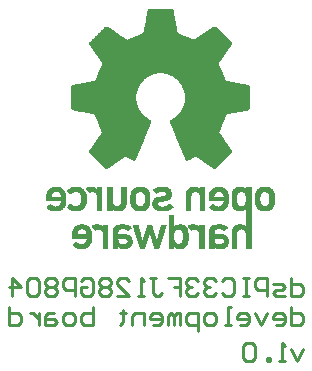
<source format=gbo>
G04 Layer_Color=32896*
%FSLAX25Y25*%
%MOIN*%
G70*
G01*
G75*
%ADD35C,0.01000*%
%ADD57C,0.00100*%
D35*
X157600Y48932D02*
Y42934D01*
X160599D01*
X161598Y43933D01*
Y45933D01*
X160599Y46932D01*
X157600D01*
X155600Y42934D02*
X152601D01*
X151602Y43933D01*
X152601Y44933D01*
X154601D01*
X155600Y45933D01*
X154601Y46932D01*
X151602D01*
X149602Y42934D02*
Y48932D01*
X146603D01*
X145604Y47932D01*
Y45933D01*
X146603Y44933D01*
X149602D01*
X143604Y48932D02*
X141605D01*
X142605D01*
Y42934D01*
X143604D01*
X141605D01*
X134607Y47932D02*
X135607Y48932D01*
X137606D01*
X138606Y47932D01*
Y43933D01*
X137606Y42934D01*
X135607D01*
X134607Y43933D01*
X132608Y47932D02*
X131608Y48932D01*
X129609D01*
X128609Y47932D01*
Y46932D01*
X129609Y45933D01*
X130608D01*
X129609D01*
X128609Y44933D01*
Y43933D01*
X129609Y42934D01*
X131608D01*
X132608Y43933D01*
X126610Y47932D02*
X125610Y48932D01*
X123611D01*
X122611Y47932D01*
Y46932D01*
X123611Y45933D01*
X124610D01*
X123611D01*
X122611Y44933D01*
Y43933D01*
X123611Y42934D01*
X125610D01*
X126610Y43933D01*
X116613Y48932D02*
X120612D01*
Y45933D01*
X118612D01*
X120612D01*
Y42934D01*
X110615Y48932D02*
X112614D01*
X111615D01*
Y43933D01*
X112614Y42934D01*
X113614D01*
X114614Y43933D01*
X108616Y42934D02*
X106616D01*
X107616D01*
Y48932D01*
X108616Y47932D01*
X99619Y42934D02*
X103617D01*
X99619Y46932D01*
Y47932D01*
X100618Y48932D01*
X102618D01*
X103617Y47932D01*
X97619D02*
X96619Y48932D01*
X94620D01*
X93620Y47932D01*
Y46932D01*
X94620Y45933D01*
X93620Y44933D01*
Y43933D01*
X94620Y42934D01*
X96619D01*
X97619Y43933D01*
Y44933D01*
X96619Y45933D01*
X97619Y46932D01*
Y47932D01*
X96619Y45933D02*
X94620D01*
X87622Y47932D02*
X88622Y48932D01*
X90621D01*
X91621Y47932D01*
Y43933D01*
X90621Y42934D01*
X88622D01*
X87622Y43933D01*
Y45933D01*
X89622D01*
X85623Y42934D02*
Y48932D01*
X82624D01*
X81624Y47932D01*
Y45933D01*
X82624Y44933D01*
X85623D01*
X79625Y47932D02*
X78625Y48932D01*
X76626D01*
X75626Y47932D01*
Y46932D01*
X76626Y45933D01*
X75626Y44933D01*
Y43933D01*
X76626Y42934D01*
X78625D01*
X79625Y43933D01*
Y44933D01*
X78625Y45933D01*
X79625Y46932D01*
Y47932D01*
X78625Y45933D02*
X76626D01*
X73627Y47932D02*
X72627Y48932D01*
X70628D01*
X69628Y47932D01*
Y43933D01*
X70628Y42934D01*
X72627D01*
X73627Y43933D01*
Y47932D01*
X64630Y42934D02*
Y48932D01*
X67629Y45933D01*
X63630D01*
X157600Y39201D02*
Y33203D01*
X160599D01*
X161598Y34202D01*
Y36202D01*
X160599Y37201D01*
X157600D01*
X152601Y33203D02*
X154601D01*
X155600Y34202D01*
Y36202D01*
X154601Y37201D01*
X152601D01*
X151602Y36202D01*
Y35202D01*
X155600D01*
X149602Y37201D02*
X147603Y33203D01*
X145604Y37201D01*
X140605Y33203D02*
X142605D01*
X143604Y34202D01*
Y36202D01*
X142605Y37201D01*
X140605D01*
X139605Y36202D01*
Y35202D01*
X143604D01*
X137606Y33203D02*
X135607D01*
X136607D01*
Y39201D01*
X137606D01*
X131608Y33203D02*
X129609D01*
X128609Y34202D01*
Y36202D01*
X129609Y37201D01*
X131608D01*
X132608Y36202D01*
Y34202D01*
X131608Y33203D01*
X126610Y31203D02*
Y37201D01*
X123611D01*
X122611Y36202D01*
Y34202D01*
X123611Y33203D01*
X126610D01*
X120612D02*
Y37201D01*
X119612D01*
X118612Y36202D01*
Y33203D01*
Y36202D01*
X117613Y37201D01*
X116613Y36202D01*
Y33203D01*
X111615D02*
X113614D01*
X114614Y34202D01*
Y36202D01*
X113614Y37201D01*
X111615D01*
X110615Y36202D01*
Y35202D01*
X114614D01*
X108616Y33203D02*
Y37201D01*
X105616D01*
X104617Y36202D01*
Y33203D01*
X101618Y38201D02*
Y37201D01*
X102618D01*
X100618D01*
X101618D01*
Y34202D01*
X100618Y33203D01*
X91621Y39201D02*
Y33203D01*
X88622D01*
X87622Y34202D01*
Y35202D01*
Y36202D01*
X88622Y37201D01*
X91621D01*
X84623Y33203D02*
X82624D01*
X81624Y34202D01*
Y36202D01*
X82624Y37201D01*
X84623D01*
X85623Y36202D01*
Y34202D01*
X84623Y33203D01*
X78625Y37201D02*
X76626D01*
X75626Y36202D01*
Y33203D01*
X78625D01*
X79625Y34202D01*
X78625Y35202D01*
X75626D01*
X73627Y37201D02*
Y33203D01*
Y35202D01*
X72627Y36202D01*
X71627Y37201D01*
X70628D01*
X63630Y39201D02*
Y33203D01*
X66629D01*
X67629Y34202D01*
Y36202D01*
X66629Y37201D01*
X63630D01*
X161598Y25471D02*
X159599Y21472D01*
X157600Y25471D01*
X155600Y21472D02*
X153601D01*
X154601D01*
Y27470D01*
X155600Y26471D01*
X150602Y21472D02*
Y22472D01*
X149602D01*
Y21472D01*
X150602D01*
X145604Y26471D02*
X144604Y27470D01*
X142605D01*
X141605Y26471D01*
Y22472D01*
X142605Y21472D01*
X144604D01*
X145604Y22472D01*
Y26471D01*
D57*
X110267Y138848D02*
X117767D01*
X110067Y138748D02*
X117967D01*
X109967Y138648D02*
X118067D01*
X109967Y138548D02*
X118067D01*
X109867Y138448D02*
X118167D01*
X109867Y138348D02*
X118167D01*
X109867Y138248D02*
X118167D01*
X109867Y138148D02*
X118167D01*
X109867Y138048D02*
X118167D01*
X109767Y137948D02*
X118267D01*
X109767Y137848D02*
X118267D01*
X109767Y137748D02*
X118267D01*
X109767Y137648D02*
X118267D01*
X109767Y137548D02*
X118267D01*
X109767Y137448D02*
X118267D01*
X109667Y137348D02*
X118367D01*
X109667Y137248D02*
X118367D01*
X109667Y137148D02*
X118367D01*
X109667Y137048D02*
X118367D01*
X109667Y136948D02*
X118367D01*
X109567Y136848D02*
X118467D01*
X109567Y136748D02*
X118467D01*
X109567Y136648D02*
X118467D01*
X109567Y136548D02*
X118467D01*
X109567Y136448D02*
X118467D01*
X109467Y136348D02*
X118567D01*
X109467Y136248D02*
X118567D01*
X109467Y136148D02*
X118567D01*
X109467Y136048D02*
X118567D01*
X109467Y135948D02*
X118567D01*
X109467Y135848D02*
X118567D01*
X109367Y135748D02*
X118667D01*
X109367Y135648D02*
X118667D01*
X109367Y135548D02*
X118667D01*
X109367Y135448D02*
X118667D01*
X109367Y135348D02*
X118667D01*
X109267Y135248D02*
X118767D01*
X109267Y135148D02*
X118767D01*
X109267Y135048D02*
X118767D01*
X109267Y134948D02*
X118767D01*
X109267Y134848D02*
X118767D01*
X109167Y134748D02*
X118767D01*
X109167Y134648D02*
X118867D01*
X109167Y134548D02*
X118867D01*
X109167Y134448D02*
X118867D01*
X109167Y134348D02*
X118867D01*
X109167Y134248D02*
X118867D01*
X109067Y134148D02*
X118967D01*
X109067Y134048D02*
X118967D01*
X109067Y133948D02*
X118967D01*
X109067Y133848D02*
X118967D01*
X109067Y133748D02*
X118967D01*
X108967Y133648D02*
X119067D01*
X108967Y133548D02*
X119067D01*
X108967Y133448D02*
X119067D01*
X108967Y133348D02*
X119067D01*
X108967Y133248D02*
X119067D01*
X108967Y133148D02*
X119067D01*
X108867Y133048D02*
X119167D01*
X108867Y132948D02*
X119167D01*
X131767Y132848D02*
X132267D01*
X108867D02*
X119167D01*
X95767D02*
X96267D01*
X131567Y132748D02*
X132367D01*
X108867D02*
X119167D01*
X95667D02*
X96467D01*
X131467Y132648D02*
X132467D01*
X108867D02*
X119167D01*
X95567D02*
X96567D01*
X131267Y132548D02*
X132567D01*
X108767D02*
X119267D01*
X95467D02*
X96767D01*
X131167Y132448D02*
X132667D01*
X108767D02*
X119267D01*
X95367D02*
X96867D01*
X130967Y132348D02*
X132767D01*
X108767D02*
X119267D01*
X95267D02*
X97067D01*
X130867Y132248D02*
X132867D01*
X108767D02*
X119267D01*
X95167D02*
X97167D01*
X130767Y132148D02*
X132967D01*
X108767D02*
X119267D01*
X95067D02*
X97267D01*
X130567Y132048D02*
X133067D01*
X108667D02*
X119367D01*
X94967D02*
X97467D01*
X130467Y131948D02*
X133167D01*
X108667D02*
X119367D01*
X94867D02*
X97567D01*
X130267Y131848D02*
X133267D01*
X108667D02*
X119367D01*
X94767D02*
X97767D01*
X130167Y131748D02*
X133367D01*
X108667D02*
X119367D01*
X94667D02*
X97867D01*
X129967Y131648D02*
X133467D01*
X108667D02*
X119367D01*
X94567D02*
X98067D01*
X129867Y131548D02*
X133567D01*
X108667D02*
X119367D01*
X94467D02*
X98167D01*
X129667Y131448D02*
X133667D01*
X108567D02*
X119467D01*
X94367D02*
X98367D01*
X129567Y131348D02*
X133767D01*
X108567D02*
X119467D01*
X94267D02*
X98467D01*
X129367Y131248D02*
X133867D01*
X108567D02*
X119467D01*
X94167D02*
X98667D01*
X129267Y131148D02*
X133967D01*
X108567D02*
X119467D01*
X94067D02*
X98767D01*
X129167Y131048D02*
X134067D01*
X108567D02*
X119467D01*
X93967D02*
X98867D01*
X128967Y130948D02*
X134167D01*
X108467D02*
X119567D01*
X93867D02*
X99067D01*
X128867Y130848D02*
X134267D01*
X108467D02*
X119567D01*
X93767D02*
X99167D01*
X128667Y130748D02*
X134367D01*
X108367D02*
X119667D01*
X93667D02*
X99367D01*
X128567Y130648D02*
X134467D01*
X108167D02*
X119867D01*
X93567D02*
X99467D01*
X128367Y130548D02*
X134567D01*
X107967D02*
X120067D01*
X93467D02*
X99667D01*
X128267Y130448D02*
X134667D01*
X107767D02*
X120267D01*
X93367D02*
X99767D01*
X128067Y130348D02*
X134767D01*
X107467D02*
X120567D01*
X93267D02*
X99967D01*
X127967Y130248D02*
X134867D01*
X107267D02*
X120767D01*
X93167D02*
X100067D01*
X127767Y130148D02*
X134967D01*
X107067D02*
X120967D01*
X93067D02*
X100267D01*
X127667Y130048D02*
X135067D01*
X106767D02*
X121267D01*
X92967D02*
X100367D01*
X127467Y129948D02*
X135167D01*
X106567D02*
X121467D01*
X92867D02*
X100467D01*
X127367Y129848D02*
X135267D01*
X106267D02*
X121767D01*
X92767D02*
X100667D01*
X127267Y129748D02*
X135367D01*
X106067D02*
X121967D01*
X92667D02*
X100767D01*
X127067Y129648D02*
X135467D01*
X105767D02*
X122267D01*
X92567D02*
X100967D01*
X126967Y129548D02*
X135567D01*
X105567D02*
X122467D01*
X92467D02*
X101067D01*
X126767Y129448D02*
X135667D01*
X105267D02*
X122667D01*
X92367D02*
X101267D01*
X126667Y129348D02*
X135767D01*
X105067D02*
X122967D01*
X92267D02*
X101367D01*
X126467Y129248D02*
X135867D01*
X104867D02*
X123167D01*
X92167D02*
X101567D01*
X126367Y129148D02*
X135967D01*
X104567D02*
X123467D01*
X92067D02*
X101667D01*
X126167Y129048D02*
X136067D01*
X104367D02*
X123667D01*
X91967D02*
X101867D01*
X126067Y128948D02*
X136167D01*
X104067D02*
X123967D01*
X91867D02*
X101967D01*
X125867Y128848D02*
X136267D01*
X103867D02*
X124167D01*
X91767D02*
X102167D01*
X125767Y128748D02*
X136367D01*
X103567D02*
X124467D01*
X91667D02*
X102267D01*
X125667Y128648D02*
X136467D01*
X103367D02*
X124667D01*
X91567D02*
X102367D01*
X125467Y128548D02*
X136567D01*
X103167D02*
X124867D01*
X91467D02*
X102567D01*
X91367Y128448D02*
X136667D01*
X91267Y128348D02*
X136767D01*
X91167Y128248D02*
X136867D01*
X91067Y128148D02*
X136967D01*
X90967Y128048D02*
X137067D01*
X90867Y127948D02*
X137167D01*
X90767Y127848D02*
X137267D01*
X90667Y127748D02*
X137367D01*
X90567Y127648D02*
X137467D01*
X90467Y127548D02*
X137567D01*
X90367Y127348D02*
X137667D01*
X90367Y127248D02*
X137667D01*
X90467Y127148D02*
X137567D01*
X90467Y127048D02*
X137567D01*
X90567Y126948D02*
X137467D01*
X90667Y126848D02*
X137367D01*
X90667Y126748D02*
X137367D01*
X90767Y126648D02*
X137267D01*
X90867Y126548D02*
X137167D01*
X90867Y126448D02*
X137167D01*
X90967Y126348D02*
X137067D01*
X91067Y126248D02*
X136967D01*
X91067Y126148D02*
X136967D01*
X91167Y126048D02*
X136867D01*
X91267Y125948D02*
X136767D01*
X91267Y125848D02*
X136767D01*
X91367Y125748D02*
X136667D01*
X91467Y125648D02*
X136567D01*
X91467Y125548D02*
X136567D01*
X91567Y125448D02*
X136467D01*
X91667Y125348D02*
X136367D01*
X91767Y125248D02*
X136267D01*
X91767Y125148D02*
X136267D01*
X91867Y125048D02*
X136167D01*
X91967Y124948D02*
X136067D01*
X91967Y124848D02*
X136067D01*
X92067Y124748D02*
X135967D01*
X92167Y124648D02*
X135867D01*
X92167Y124548D02*
X135867D01*
X92267Y124448D02*
X135767D01*
X92367Y124348D02*
X135667D01*
X92367Y124248D02*
X135667D01*
X92467Y124148D02*
X135567D01*
X92567Y124048D02*
X135467D01*
X92567Y123948D02*
X135467D01*
X92667Y123848D02*
X135367D01*
X92767Y123748D02*
X135267D01*
X92767Y123648D02*
X135267D01*
X92867Y123548D02*
X135167D01*
X92967Y123448D02*
X135067D01*
X93067Y123348D02*
X134967D01*
X93067Y123248D02*
X134967D01*
X93167Y123148D02*
X134867D01*
X93267Y123048D02*
X134767D01*
X93267Y122948D02*
X134767D01*
X93367Y122848D02*
X134667D01*
X93467Y122748D02*
X134567D01*
X93467Y122648D02*
X134567D01*
X93567Y122548D02*
X134467D01*
X93667Y122448D02*
X134367D01*
X93667Y122348D02*
X134367D01*
X93767Y122248D02*
X134267D01*
X93867Y122148D02*
X134167D01*
X93867Y122048D02*
X134167D01*
X93967Y121948D02*
X134067D01*
X94067Y121848D02*
X133967D01*
X94167Y121748D02*
X133867D01*
X94167Y121648D02*
X133867D01*
X94267Y121548D02*
X133767D01*
X94367Y121448D02*
X133667D01*
X94367Y121348D02*
X133667D01*
X94467Y121248D02*
X133567D01*
X94567Y121148D02*
X133467D01*
X94567Y121048D02*
X133467D01*
X94667Y120948D02*
X133367D01*
X94667Y120848D02*
X133367D01*
X94767Y120748D02*
X133267D01*
X94767Y120648D02*
X133267D01*
X94767Y120548D02*
X133267D01*
X94767Y120448D02*
X133267D01*
X94667Y120348D02*
X133367D01*
X94667Y120248D02*
X133367D01*
X94667Y120148D02*
X133367D01*
X94567Y120048D02*
X133467D01*
X94567Y119948D02*
X133467D01*
X94467Y119848D02*
X133567D01*
X94467Y119748D02*
X133567D01*
X94367Y119648D02*
X133667D01*
X94367Y119548D02*
X133667D01*
X94367Y119448D02*
X133667D01*
X94267Y119348D02*
X133767D01*
X94267Y119248D02*
X133767D01*
X94167Y119148D02*
X133867D01*
X94167Y119048D02*
X133867D01*
X94067Y118948D02*
X133967D01*
X94067Y118848D02*
X133967D01*
X94067Y118748D02*
X133967D01*
X93967Y118648D02*
X134067D01*
X93967Y118548D02*
X134067D01*
X93867Y118448D02*
X134167D01*
X93867Y118348D02*
X134167D01*
X93767Y118248D02*
X134267D01*
X93767Y118148D02*
X134267D01*
X93767Y118048D02*
X134267D01*
X93667Y117948D02*
X134367D01*
X93667Y117848D02*
X134367D01*
X93567Y117748D02*
X134467D01*
X93567Y117648D02*
X134467D01*
X114567Y117548D02*
X134567D01*
X93467D02*
X113467D01*
X115367Y117448D02*
X134567D01*
X93467D02*
X112667D01*
X115867Y117348D02*
X134567D01*
X93467D02*
X112167D01*
X116267Y117248D02*
X134667D01*
X93367D02*
X111767D01*
X116667Y117148D02*
X134667D01*
X93367D02*
X111367D01*
X116867Y117048D02*
X134767D01*
X93267D02*
X111167D01*
X117167Y116948D02*
X134767D01*
X93267D02*
X110867D01*
X117367Y116848D02*
X134767D01*
X93267D02*
X110667D01*
X117567Y116748D02*
X134867D01*
X93167D02*
X110467D01*
X117767Y116648D02*
X134867D01*
X93167D02*
X110267D01*
X117967Y116548D02*
X134967D01*
X93067D02*
X110067D01*
X118167Y116448D02*
X134967D01*
X93067D02*
X109867D01*
X118367Y116348D02*
X135067D01*
X92967D02*
X109667D01*
X118467Y116248D02*
X135067D01*
X92967D02*
X109567D01*
X118667Y116148D02*
X135067D01*
X92967D02*
X109367D01*
X118767Y116048D02*
X135167D01*
X92867D02*
X109267D01*
X118967Y115948D02*
X135167D01*
X92867D02*
X109067D01*
X119067Y115848D02*
X135267D01*
X92767D02*
X108967D01*
X119167Y115748D02*
X135267D01*
X92767D02*
X108867D01*
X119367Y115648D02*
X135367D01*
X92667D02*
X108667D01*
X119467Y115548D02*
X135367D01*
X92667D02*
X108567D01*
X119567Y115448D02*
X135367D01*
X92667D02*
X108467D01*
X119667Y115348D02*
X135467D01*
X92567D02*
X108367D01*
X119767Y115248D02*
X135467D01*
X92567D02*
X108267D01*
X119867Y115148D02*
X135567D01*
X92467D02*
X108167D01*
X119967Y115048D02*
X135567D01*
X92467D02*
X108067D01*
X120067Y114948D02*
X135667D01*
X92367D02*
X107967D01*
X120167Y114848D02*
X135867D01*
X92167D02*
X107867D01*
X120267Y114748D02*
X136067D01*
X91967D02*
X107767D01*
X120367Y114648D02*
X136567D01*
X91467D02*
X107667D01*
X120467Y114548D02*
X137067D01*
X90967D02*
X107567D01*
X120467Y114448D02*
X137667D01*
X90367D02*
X107567D01*
X120567Y114348D02*
X138167D01*
X89867D02*
X107467D01*
X120667Y114248D02*
X138667D01*
X89367D02*
X107367D01*
X120767Y114148D02*
X139267D01*
X88767D02*
X107267D01*
X120767Y114048D02*
X139767D01*
X88267D02*
X107267D01*
X120867Y113948D02*
X140367D01*
X87667D02*
X107167D01*
X120967Y113848D02*
X140867D01*
X87167D02*
X107067D01*
X120967Y113748D02*
X141367D01*
X86667D02*
X107067D01*
X121067Y113648D02*
X141967D01*
X86067D02*
X106967D01*
X121167Y113548D02*
X142467D01*
X85567D02*
X106867D01*
X121167Y113448D02*
X142967D01*
X85067D02*
X106867D01*
X121267Y113348D02*
X143367D01*
X84667D02*
X106767D01*
X121267Y113248D02*
X143467D01*
X84567D02*
X106767D01*
X121367Y113148D02*
X143567D01*
X84467D02*
X106667D01*
X121367Y113048D02*
X143567D01*
X84467D02*
X106667D01*
X121467Y112948D02*
X143567D01*
X84467D02*
X106567D01*
X121467Y112848D02*
X143567D01*
X84467D02*
X106567D01*
X121567Y112748D02*
X143567D01*
X84467D02*
X106467D01*
X121567Y112648D02*
X143567D01*
X84467D02*
X106467D01*
X121667Y112548D02*
X143567D01*
X84467D02*
X106367D01*
X121667Y112448D02*
X143567D01*
X84467D02*
X106367D01*
X121767Y112348D02*
X143567D01*
X84467D02*
X106267D01*
X121767Y112248D02*
X143567D01*
X84467D02*
X106267D01*
X121767Y112148D02*
X143567D01*
X84467D02*
X106267D01*
X121867Y112048D02*
X143567D01*
X84467D02*
X106167D01*
X121867Y111948D02*
X143567D01*
X84467D02*
X106167D01*
X121867Y111848D02*
X143567D01*
X84467D02*
X106167D01*
X121967Y111748D02*
X143567D01*
X84467D02*
X106067D01*
X121967Y111648D02*
X143567D01*
X84467D02*
X106067D01*
X121967Y111548D02*
X143567D01*
X84467D02*
X106067D01*
X122067Y111448D02*
X143567D01*
X84467D02*
X105967D01*
X122067Y111348D02*
X143567D01*
X84467D02*
X105967D01*
X122067Y111248D02*
X143567D01*
X84467D02*
X105967D01*
X122067Y111148D02*
X143567D01*
X84467D02*
X105967D01*
X122167Y111048D02*
X143567D01*
X84467D02*
X105867D01*
X122167Y110948D02*
X143567D01*
X84467D02*
X105867D01*
X122167Y110848D02*
X143567D01*
X84467D02*
X105867D01*
X122167Y110748D02*
X143567D01*
X84467D02*
X105867D01*
X122167Y110648D02*
X143567D01*
X84467D02*
X105867D01*
X122167Y110548D02*
X143567D01*
X84467D02*
X105867D01*
X122267Y110448D02*
X143567D01*
X84467D02*
X105767D01*
X122267Y110348D02*
X143567D01*
X84467D02*
X105767D01*
X122267Y110248D02*
X143567D01*
X84467D02*
X105767D01*
X122267Y110148D02*
X143567D01*
X84467D02*
X105767D01*
X122267Y110048D02*
X143567D01*
X84467D02*
X105767D01*
X122267Y109948D02*
X143567D01*
X84467D02*
X105767D01*
X122267Y109848D02*
X143567D01*
X84467D02*
X105767D01*
X122267Y109748D02*
X143567D01*
X84467D02*
X105767D01*
X122267Y109648D02*
X143567D01*
X84467D02*
X105767D01*
X122267Y109548D02*
X143567D01*
X84467D02*
X105767D01*
X122267Y109448D02*
X143567D01*
X84467D02*
X105767D01*
X122267Y109348D02*
X143567D01*
X84467D02*
X105767D01*
X122367Y109248D02*
X143567D01*
X84467D02*
X105667D01*
X122267Y109148D02*
X143567D01*
X84467D02*
X105767D01*
X122267Y109048D02*
X143567D01*
X84467D02*
X105767D01*
X122267Y108948D02*
X143567D01*
X84467D02*
X105767D01*
X122267Y108848D02*
X143567D01*
X84467D02*
X105767D01*
X122267Y108748D02*
X143567D01*
X84467D02*
X105767D01*
X122267Y108648D02*
X143567D01*
X84467D02*
X105767D01*
X122267Y108548D02*
X143567D01*
X84467D02*
X105767D01*
X122267Y108448D02*
X143567D01*
X84467D02*
X105767D01*
X122267Y108348D02*
X143567D01*
X84467D02*
X105767D01*
X122267Y108248D02*
X143567D01*
X84467D02*
X105767D01*
X122267Y108148D02*
X143567D01*
X84467D02*
X105767D01*
X122267Y108048D02*
X143567D01*
X84467D02*
X105767D01*
X122167Y107948D02*
X143567D01*
X84467D02*
X105867D01*
X122167Y107848D02*
X143567D01*
X84467D02*
X105867D01*
X122167Y107748D02*
X143567D01*
X84467D02*
X105867D01*
X122167Y107648D02*
X143567D01*
X84467D02*
X105867D01*
X122167Y107548D02*
X143567D01*
X84467D02*
X105867D01*
X122067Y107448D02*
X143567D01*
X84467D02*
X105967D01*
X122067Y107348D02*
X143567D01*
X84467D02*
X105967D01*
X122067Y107248D02*
X143567D01*
X84467D02*
X105967D01*
X122067Y107148D02*
X143567D01*
X84467D02*
X105967D01*
X121967Y107048D02*
X143567D01*
X84467D02*
X106067D01*
X121967Y106948D02*
X143567D01*
X84467D02*
X106067D01*
X121967Y106848D02*
X143567D01*
X84467D02*
X106067D01*
X121867Y106748D02*
X143567D01*
X84467D02*
X106167D01*
X121867Y106648D02*
X143567D01*
X84467D02*
X106167D01*
X121867Y106548D02*
X143567D01*
X84467D02*
X106167D01*
X121767Y106448D02*
X143567D01*
X84467D02*
X106267D01*
X121767Y106348D02*
X143567D01*
X84467D02*
X106267D01*
X121767Y106248D02*
X143567D01*
X84467D02*
X106267D01*
X121667Y106148D02*
X143567D01*
X84467D02*
X106367D01*
X121667Y106048D02*
X143567D01*
X84467D02*
X106367D01*
X121667Y105948D02*
X143567D01*
X84467D02*
X106367D01*
X121567Y105848D02*
X143567D01*
X84467D02*
X106467D01*
X121567Y105748D02*
X143567D01*
X84467D02*
X106467D01*
X121467Y105648D02*
X143567D01*
X84467D02*
X106567D01*
X121467Y105548D02*
X143567D01*
X84467D02*
X106567D01*
X121367Y105448D02*
X143467D01*
X84567D02*
X106667D01*
X121367Y105348D02*
X143467D01*
X84567D02*
X106667D01*
X121267Y105248D02*
X143267D01*
X84767D02*
X106767D01*
X121267Y105148D02*
X142867D01*
X85167D02*
X106767D01*
X121167Y105048D02*
X142367D01*
X85667D02*
X106867D01*
X121067Y104948D02*
X141767D01*
X86267D02*
X106967D01*
X121067Y104848D02*
X141267D01*
X86767D02*
X106967D01*
X120967Y104748D02*
X140767D01*
X87267D02*
X107067D01*
X120867Y104648D02*
X140167D01*
X87867D02*
X107167D01*
X120867Y104548D02*
X139667D01*
X88367D02*
X107167D01*
X120767Y104448D02*
X139167D01*
X88867D02*
X107267D01*
X120667Y104348D02*
X138567D01*
X89467D02*
X107367D01*
X120667Y104248D02*
X138067D01*
X89967D02*
X107367D01*
X120567Y104148D02*
X137467D01*
X90567D02*
X107467D01*
X120467Y104048D02*
X136967D01*
X91067D02*
X107567D01*
X120367Y103948D02*
X136467D01*
X91567D02*
X107667D01*
X120267Y103848D02*
X136067D01*
X91967D02*
X107767D01*
X120167Y103748D02*
X135867D01*
X92167D02*
X107867D01*
X120167Y103648D02*
X135867D01*
X92167D02*
X107867D01*
X120067Y103548D02*
X135767D01*
X92267D02*
X107967D01*
X119967Y103448D02*
X135667D01*
X92367D02*
X108067D01*
X119867Y103348D02*
X135667D01*
X92367D02*
X108167D01*
X119667Y103248D02*
X135667D01*
X92367D02*
X108367D01*
X119567Y103148D02*
X135567D01*
X92467D02*
X108467D01*
X119467Y103048D02*
X135567D01*
X92467D02*
X108567D01*
X119367Y102948D02*
X135467D01*
X92567D02*
X108667D01*
X119267Y102848D02*
X135467D01*
X92567D02*
X108767D01*
X119167Y102748D02*
X135467D01*
X92567D02*
X108867D01*
X118967Y102648D02*
X135367D01*
X92667D02*
X109067D01*
X118867Y102548D02*
X135367D01*
X92667D02*
X109167D01*
X118767Y102448D02*
X135267D01*
X92767D02*
X109267D01*
X118567Y102348D02*
X135267D01*
X92767D02*
X109467D01*
X118467Y102248D02*
X135267D01*
X92767D02*
X109567D01*
X118367Y102148D02*
X135167D01*
X92867D02*
X109667D01*
X118167Y102048D02*
X135167D01*
X92867D02*
X109867D01*
X118067Y101948D02*
X135067D01*
X92967D02*
X109967D01*
X117867Y101848D02*
X135067D01*
X92967D02*
X110167D01*
X117767Y101748D02*
X135067D01*
X92967D02*
X110267D01*
X117567Y101648D02*
X134967D01*
X93067D02*
X110467D01*
X117467Y101548D02*
X134967D01*
X93067D02*
X110567D01*
X117367Y101448D02*
X134867D01*
X93167D02*
X110667D01*
X117267Y101348D02*
X134867D01*
X93167D02*
X110767D01*
X117267Y101248D02*
X134867D01*
X93167D02*
X110767D01*
X117267Y101148D02*
X134767D01*
X93267D02*
X110767D01*
X117367Y101048D02*
X134767D01*
X93267D02*
X110667D01*
X117367Y100948D02*
X134667D01*
X93367D02*
X110667D01*
X117467Y100848D02*
X134667D01*
X93367D02*
X110567D01*
X117467Y100748D02*
X134667D01*
X93367D02*
X110567D01*
X117467Y100648D02*
X134567D01*
X93467D02*
X110567D01*
X117567Y100548D02*
X134567D01*
X93467D02*
X110467D01*
X117567Y100448D02*
X134467D01*
X93567D02*
X110467D01*
X117667Y100348D02*
X134467D01*
X93567D02*
X110367D01*
X117667Y100248D02*
X134467D01*
X93567D02*
X110367D01*
X117767Y100148D02*
X134367D01*
X93667D02*
X110267D01*
X117767Y100048D02*
X134367D01*
X93667D02*
X110267D01*
X117767Y99948D02*
X134267D01*
X93767D02*
X110267D01*
X117867Y99848D02*
X134267D01*
X93767D02*
X110167D01*
X117867Y99748D02*
X134267D01*
X93767D02*
X110167D01*
X117967Y99648D02*
X134167D01*
X93867D02*
X110067D01*
X117967Y99548D02*
X134167D01*
X93867D02*
X110067D01*
X117967Y99448D02*
X134067D01*
X93967D02*
X110067D01*
X118067Y99348D02*
X134067D01*
X93967D02*
X109967D01*
X118067Y99248D02*
X134067D01*
X93967D02*
X109967D01*
X118167Y99148D02*
X133967D01*
X94067D02*
X109867D01*
X118167Y99048D02*
X133967D01*
X94067D02*
X109867D01*
X118267Y98948D02*
X133867D01*
X94167D02*
X109767D01*
X118267Y98848D02*
X133867D01*
X94167D02*
X109767D01*
X118267Y98748D02*
X133867D01*
X94167D02*
X109767D01*
X118367Y98648D02*
X133767D01*
X94267D02*
X109667D01*
X118367Y98548D02*
X133767D01*
X94267D02*
X109667D01*
X118467Y98448D02*
X133667D01*
X94367D02*
X109567D01*
X118467Y98348D02*
X133667D01*
X94367D02*
X109567D01*
X118467Y98248D02*
X133667D01*
X94367D02*
X109567D01*
X118567Y98148D02*
X133567D01*
X94467D02*
X109467D01*
X118567Y98048D02*
X133567D01*
X94467D02*
X109467D01*
X118667Y97948D02*
X133467D01*
X94567D02*
X109367D01*
X118667Y97848D02*
X133467D01*
X94567D02*
X109367D01*
X118667Y97748D02*
X133467D01*
X94567D02*
X109367D01*
X118767Y97648D02*
X133467D01*
X94567D02*
X109267D01*
X118767Y97548D02*
X133467D01*
X94567D02*
X109267D01*
X118867Y97448D02*
X133567D01*
X94467D02*
X109167D01*
X118867Y97348D02*
X133567D01*
X94467D02*
X109167D01*
X118967Y97248D02*
X133667D01*
X94367D02*
X109067D01*
X118967Y97148D02*
X133767D01*
X94267D02*
X109067D01*
X118967Y97048D02*
X133767D01*
X94267D02*
X109067D01*
X119067Y96948D02*
X133867D01*
X94167D02*
X108967D01*
X119067Y96848D02*
X133967D01*
X94067D02*
X108967D01*
X119167Y96748D02*
X133967D01*
X94067D02*
X108867D01*
X119167Y96648D02*
X134067D01*
X93967D02*
X108867D01*
X119167Y96548D02*
X134167D01*
X93867D02*
X108867D01*
X119267Y96448D02*
X134167D01*
X93867D02*
X108767D01*
X119267Y96348D02*
X134267D01*
X93767D02*
X108767D01*
X119367Y96248D02*
X134367D01*
X93667D02*
X108667D01*
X119367Y96148D02*
X134367D01*
X93667D02*
X108667D01*
X119467Y96048D02*
X134467D01*
X93567D02*
X108567D01*
X119467Y95948D02*
X134567D01*
X93467D02*
X108567D01*
X119467Y95848D02*
X134667D01*
X93367D02*
X108567D01*
X119567Y95748D02*
X134667D01*
X93367D02*
X108467D01*
X119567Y95648D02*
X134767D01*
X93267D02*
X108467D01*
X119667Y95548D02*
X134867D01*
X93167D02*
X108367D01*
X119667Y95448D02*
X134867D01*
X93167D02*
X108367D01*
X119667Y95348D02*
X134967D01*
X93067D02*
X108367D01*
X119767Y95248D02*
X135067D01*
X92967D02*
X108267D01*
X119767Y95148D02*
X135067D01*
X92967D02*
X108267D01*
X119867Y95048D02*
X135167D01*
X92867D02*
X108167D01*
X119867Y94948D02*
X135267D01*
X92767D02*
X108167D01*
X119867Y94848D02*
X135267D01*
X92767D02*
X108167D01*
X119967Y94748D02*
X135367D01*
X92667D02*
X108067D01*
X119967Y94648D02*
X135467D01*
X92567D02*
X108067D01*
X120067Y94548D02*
X135467D01*
X92567D02*
X107967D01*
X120067Y94448D02*
X135567D01*
X92467D02*
X107967D01*
X120167Y94348D02*
X135667D01*
X92367D02*
X107867D01*
X120167Y94248D02*
X135667D01*
X92367D02*
X107867D01*
X120167Y94148D02*
X135767D01*
X92267D02*
X107867D01*
X120267Y94048D02*
X135867D01*
X92167D02*
X107767D01*
X120267Y93948D02*
X135967D01*
X92067D02*
X107767D01*
X120367Y93848D02*
X135967D01*
X92067D02*
X107667D01*
X120367Y93748D02*
X136067D01*
X91967D02*
X107667D01*
X120367Y93648D02*
X136167D01*
X91867D02*
X107667D01*
X120467Y93548D02*
X136167D01*
X91867D02*
X107567D01*
X120467Y93448D02*
X136267D01*
X91767D02*
X107567D01*
X120567Y93348D02*
X136367D01*
X91667D02*
X107467D01*
X120567Y93248D02*
X136367D01*
X91667D02*
X107467D01*
X120667Y93148D02*
X136467D01*
X91567D02*
X107367D01*
X120667Y93048D02*
X136567D01*
X91467D02*
X107367D01*
X120667Y92948D02*
X136567D01*
X91467D02*
X107367D01*
X120767Y92848D02*
X136667D01*
X91367D02*
X107267D01*
X120767Y92748D02*
X136767D01*
X91267D02*
X107267D01*
X120867Y92648D02*
X136767D01*
X91267D02*
X107167D01*
X120867Y92548D02*
X136867D01*
X91167D02*
X107167D01*
X120867Y92448D02*
X136967D01*
X91067D02*
X107167D01*
X120967Y92348D02*
X137067D01*
X90967D02*
X107067D01*
X120967Y92248D02*
X137067D01*
X90967D02*
X107067D01*
X121067Y92148D02*
X137167D01*
X90867D02*
X106967D01*
X121067Y92048D02*
X137267D01*
X90767D02*
X106967D01*
X121067Y91948D02*
X137267D01*
X90767D02*
X106967D01*
X121167Y91848D02*
X137367D01*
X90667D02*
X106867D01*
X121167Y91748D02*
X137467D01*
X90567D02*
X106867D01*
X121267Y91648D02*
X137467D01*
X90567D02*
X106767D01*
X121267Y91548D02*
X137567D01*
X90467D02*
X106767D01*
X121367Y91448D02*
X137567D01*
X90467D02*
X106667D01*
X121367Y91348D02*
X137667D01*
X90367D02*
X106667D01*
X121367Y91248D02*
X137667D01*
X90367D02*
X106667D01*
X121467Y91148D02*
X137567D01*
X90467D02*
X106567D01*
X121467Y91048D02*
X137567D01*
X90467D02*
X106567D01*
X121567Y90948D02*
X137467D01*
X90567D02*
X106467D01*
X121567Y90848D02*
X137367D01*
X90667D02*
X106467D01*
X121567Y90748D02*
X137267D01*
X90767D02*
X106467D01*
X121667Y90648D02*
X137167D01*
X90867D02*
X106367D01*
X121667Y90548D02*
X137067D01*
X90967D02*
X106367D01*
X121767Y90448D02*
X136967D01*
X91067D02*
X106267D01*
X121767Y90348D02*
X136867D01*
X91167D02*
X106267D01*
X121867Y90248D02*
X136767D01*
X91267D02*
X106167D01*
X121867Y90148D02*
X136667D01*
X91367D02*
X106167D01*
X121867Y90048D02*
X136567D01*
X91467D02*
X106167D01*
X121967Y89948D02*
X136467D01*
X91567D02*
X106067D01*
X121967Y89848D02*
X136367D01*
X91667D02*
X106067D01*
X125867Y89748D02*
X136267D01*
X122067D02*
X125667D01*
X102367D02*
X105967D01*
X91767D02*
X102167D01*
X126067Y89648D02*
X136167D01*
X122067D02*
X125367D01*
X102667D02*
X105967D01*
X91867D02*
X101967D01*
X126267Y89548D02*
X136067D01*
X122067D02*
X125167D01*
X102867D02*
X105967D01*
X91967D02*
X101767D01*
X126367Y89448D02*
X135967D01*
X122167D02*
X124967D01*
X103067D02*
X105867D01*
X92067D02*
X101667D01*
X126567Y89348D02*
X135867D01*
X122167D02*
X124767D01*
X103267D02*
X105867D01*
X92167D02*
X101467D01*
X126667Y89248D02*
X135767D01*
X122267D02*
X124567D01*
X103467D02*
X105767D01*
X92267D02*
X101367D01*
X126867Y89148D02*
X135667D01*
X122267D02*
X124467D01*
X103567D02*
X105767D01*
X92367D02*
X101167D01*
X126967Y89048D02*
X135567D01*
X122267D02*
X124267D01*
X103767D02*
X105767D01*
X92467D02*
X101067D01*
X127067Y88948D02*
X135467D01*
X122367D02*
X124067D01*
X103967D02*
X105667D01*
X92567D02*
X100967D01*
X127267Y88848D02*
X135367D01*
X122367D02*
X123867D01*
X104167D02*
X105667D01*
X92667D02*
X100767D01*
X127367Y88748D02*
X135267D01*
X122467D02*
X123667D01*
X104367D02*
X105567D01*
X92767D02*
X100667D01*
X127567Y88648D02*
X135167D01*
X122467D02*
X123467D01*
X104567D02*
X105567D01*
X92867D02*
X100467D01*
X127667Y88548D02*
X135067D01*
X122567D02*
X123267D01*
X104767D02*
X105467D01*
X92967D02*
X100367D01*
X127867Y88448D02*
X134967D01*
X122567D02*
X123067D01*
X104967D02*
X105467D01*
X93067D02*
X100167D01*
X127967Y88348D02*
X134867D01*
X122667D02*
X122867D01*
X105167D02*
X105367D01*
X93167D02*
X100067D01*
X128167Y88248D02*
X134767D01*
X93267D02*
X99867D01*
X128267Y88148D02*
X134667D01*
X93367D02*
X99767D01*
X128467Y88048D02*
X134567D01*
X93467D02*
X99567D01*
X128567Y87948D02*
X134467D01*
X93567D02*
X99467D01*
X128667Y87848D02*
X134367D01*
X93667D02*
X99367D01*
X128867Y87748D02*
X134267D01*
X93767D02*
X99167D01*
X128967Y87648D02*
X134167D01*
X93867D02*
X99067D01*
X129167Y87548D02*
X134067D01*
X93967D02*
X98867D01*
X129267Y87448D02*
X133967D01*
X94067D02*
X98767D01*
X129467Y87348D02*
X133867D01*
X94167D02*
X98567D01*
X129567Y87248D02*
X133767D01*
X94267D02*
X98467D01*
X129767Y87148D02*
X133667D01*
X94367D02*
X98267D01*
X129867Y87048D02*
X133567D01*
X94467D02*
X98167D01*
X130067Y86948D02*
X133467D01*
X94567D02*
X97967D01*
X130167Y86848D02*
X133367D01*
X94667D02*
X97867D01*
X130267Y86748D02*
X133267D01*
X94767D02*
X97767D01*
X130467Y86648D02*
X133167D01*
X94867D02*
X97567D01*
X130567Y86548D02*
X133067D01*
X94967D02*
X97467D01*
X130767Y86448D02*
X132967D01*
X95067D02*
X97267D01*
X130867Y86348D02*
X132867D01*
X95167D02*
X97167D01*
X131067Y86248D02*
X132767D01*
X95267D02*
X96967D01*
X131167Y86148D02*
X132667D01*
X95367D02*
X96867D01*
X131367Y86048D02*
X132567D01*
X95467D02*
X96667D01*
X131467Y85948D02*
X132467D01*
X95567D02*
X96567D01*
X131667Y85848D02*
X132367D01*
X95667D02*
X96367D01*
X131767Y85748D02*
X132167D01*
X95867D02*
X96267D01*
X148067Y79448D02*
X149567D01*
X139867D02*
X141167D01*
X132767D02*
X134167D01*
X124567D02*
X125767D01*
X113767D02*
X115467D01*
X106467D02*
X107967D01*
X90267D02*
X91467D01*
X85067D02*
X86467D01*
X78567D02*
X79867D01*
X147767Y79348D02*
X149867D01*
X142567D02*
X144167D01*
X139567D02*
X141367D01*
X132467D02*
X134567D01*
X127267D02*
X128767D01*
X124267D02*
X126167D01*
X113367D02*
X115967D01*
X106167D02*
X108267D01*
X101067D02*
X102567D01*
X96267D02*
X97867D01*
X92967D02*
X94467D01*
X89967D02*
X91767D01*
X84767D02*
X86867D01*
X78167D02*
X80267D01*
X147467Y79248D02*
X150167D01*
X142567D02*
X144167D01*
X139367D02*
X141667D01*
X132167D02*
X134767D01*
X127267D02*
X128767D01*
X124067D02*
X126367D01*
X113067D02*
X116167D01*
X105867D02*
X108567D01*
X101067D02*
X102567D01*
X96267D02*
X97867D01*
X92967D02*
X94467D01*
X89767D02*
X92067D01*
X84467D02*
X87167D01*
X77967D02*
X80567D01*
X147267Y79148D02*
X150367D01*
X142567D02*
X144167D01*
X139167D02*
X141867D01*
X131967D02*
X134967D01*
X127267D02*
X128767D01*
X123867D02*
X126567D01*
X112767D02*
X116467D01*
X105667D02*
X108767D01*
X101067D02*
X102567D01*
X96267D02*
X97867D01*
X92967D02*
X94467D01*
X89567D02*
X92167D01*
X84167D02*
X87367D01*
X77767D02*
X80767D01*
X147067Y79048D02*
X150567D01*
X142567D02*
X144167D01*
X138967D02*
X142067D01*
X131767D02*
X135167D01*
X127267D02*
X128767D01*
X123667D02*
X126667D01*
X112567D02*
X116567D01*
X105467D02*
X108967D01*
X101067D02*
X102567D01*
X96267D02*
X97867D01*
X92967D02*
X94467D01*
X89367D02*
X92367D01*
X84067D02*
X87567D01*
X77567D02*
X80967D01*
X146867Y78948D02*
X150667D01*
X142567D02*
X144167D01*
X138867D02*
X142167D01*
X131667D02*
X135267D01*
X127267D02*
X128767D01*
X123567D02*
X126867D01*
X112367D02*
X116767D01*
X105367D02*
X109167D01*
X101067D02*
X102567D01*
X96267D02*
X97867D01*
X92967D02*
X94467D01*
X89267D02*
X92467D01*
X83867D02*
X87767D01*
X77367D02*
X81067D01*
X146767Y78848D02*
X150867D01*
X142567D02*
X144167D01*
X138767D02*
X142267D01*
X131467D02*
X135467D01*
X127267D02*
X128767D01*
X123367D02*
X126967D01*
X112167D02*
X116867D01*
X105167D02*
X109267D01*
X101067D02*
X102567D01*
X96267D02*
X97867D01*
X92967D02*
X94467D01*
X89267D02*
X92567D01*
X83767D02*
X87867D01*
X77267D02*
X81167D01*
X146667Y78748D02*
X150967D01*
X142567D02*
X144167D01*
X138667D02*
X142367D01*
X131367D02*
X135567D01*
X127267D02*
X128767D01*
X123367D02*
X127067D01*
X112067D02*
X116967D01*
X105067D02*
X109367D01*
X101067D02*
X102567D01*
X96267D02*
X97867D01*
X92967D02*
X94467D01*
X89367D02*
X92667D01*
X83567D02*
X88067D01*
X77167D02*
X81267D01*
X146567Y78648D02*
X151067D01*
X142567D02*
X144167D01*
X138567D02*
X142467D01*
X131267D02*
X135667D01*
X127267D02*
X128767D01*
X123267D02*
X127167D01*
X111867D02*
X117067D01*
X104967D02*
X109467D01*
X101067D02*
X102567D01*
X96267D02*
X97867D01*
X92967D02*
X94467D01*
X89467D02*
X92767D01*
X83467D02*
X88167D01*
X76967D02*
X81467D01*
X146467Y78548D02*
X151167D01*
X138467D02*
X144167D01*
X131167D02*
X135767D01*
X123167D02*
X128767D01*
X111767D02*
X117167D01*
X104867D02*
X109567D01*
X101067D02*
X102567D01*
X96267D02*
X97867D01*
X89567D02*
X94467D01*
X83367D02*
X88267D01*
X76867D02*
X81467D01*
X146367Y78448D02*
X151267D01*
X138367D02*
X144167D01*
X131067D02*
X135867D01*
X123067D02*
X128767D01*
X111667D02*
X117267D01*
X104767D02*
X109667D01*
X101067D02*
X102567D01*
X96267D02*
X97867D01*
X89667D02*
X94467D01*
X83267D02*
X88367D01*
X76867D02*
X81567D01*
X146267Y78348D02*
X151267D01*
X138367D02*
X144167D01*
X130967D02*
X135867D01*
X122967D02*
X128767D01*
X111767D02*
X117267D01*
X104767D02*
X109767D01*
X101067D02*
X102567D01*
X96267D02*
X97867D01*
X89767D02*
X94467D01*
X83167D02*
X88467D01*
X76767D02*
X81667D01*
X146167Y78248D02*
X151367D01*
X138267D02*
X144167D01*
X130867D02*
X135967D01*
X122967D02*
X128767D01*
X111867D02*
X117367D01*
X104667D02*
X109867D01*
X101067D02*
X102567D01*
X96267D02*
X97867D01*
X89767D02*
X94467D01*
X83067D02*
X88467D01*
X76667D02*
X81767D01*
X146167Y78148D02*
X151467D01*
X138167D02*
X144167D01*
X130767D02*
X136067D01*
X122867D02*
X128767D01*
X111967D02*
X117467D01*
X104567D02*
X109867D01*
X101067D02*
X102567D01*
X96267D02*
X97867D01*
X89867D02*
X94467D01*
X82967D02*
X88567D01*
X76567D02*
X81767D01*
X146067Y78048D02*
X151567D01*
X138167D02*
X144167D01*
X133867D02*
X136067D01*
X130767D02*
X133067D01*
X122867D02*
X128767D01*
X115067D02*
X117467D01*
X112067D02*
X114267D01*
X104467D02*
X109967D01*
X101067D02*
X102567D01*
X96267D02*
X97867D01*
X89967D02*
X94467D01*
X83167D02*
X88667D01*
X79667D02*
X81867D01*
X76467D02*
X78867D01*
X149167Y77948D02*
X151567D01*
X145967D02*
X148367D01*
X141467D02*
X144167D01*
X138067D02*
X140567D01*
X134167D02*
X136167D01*
X130667D02*
X132767D01*
X126067D02*
X128767D01*
X122767D02*
X125267D01*
X115567D02*
X117467D01*
X112067D02*
X113767D01*
X107667D02*
X110067D01*
X104467D02*
X106867D01*
X101067D02*
X102567D01*
X96267D02*
X97867D01*
X91767D02*
X94467D01*
X90067D02*
X90967D01*
X86267D02*
X88767D01*
X83267D02*
X85267D01*
X79967D02*
X81967D01*
X76467D02*
X78567D01*
X149467Y77848D02*
X151667D01*
X145967D02*
X148067D01*
X141667D02*
X144167D01*
X138067D02*
X140267D01*
X134367D02*
X136167D01*
X130667D02*
X132567D01*
X126367D02*
X128767D01*
X122767D02*
X124967D01*
X115767D02*
X117567D01*
X112167D02*
X113467D01*
X107967D02*
X110067D01*
X104367D02*
X106567D01*
X101067D02*
X102567D01*
X96267D02*
X97867D01*
X92067D02*
X94467D01*
X90167D02*
X90767D01*
X86567D02*
X88767D01*
X83367D02*
X84967D01*
X80167D02*
X81967D01*
X76367D02*
X78367D01*
X149667Y77748D02*
X151667D01*
X145867D02*
X147867D01*
X141867D02*
X144167D01*
X138067D02*
X140067D01*
X134467D02*
X136267D01*
X130567D02*
X132467D01*
X126567D02*
X128767D01*
X122667D02*
X124767D01*
X115867D02*
X117567D01*
X112267D02*
X113267D01*
X108167D02*
X110167D01*
X104367D02*
X106367D01*
X101067D02*
X102567D01*
X96267D02*
X97867D01*
X92267D02*
X94467D01*
X90267D02*
X90567D01*
X86767D02*
X88867D01*
X83467D02*
X84767D01*
X80267D02*
X81967D01*
X76367D02*
X78167D01*
X149867Y77648D02*
X151767D01*
X145867D02*
X147767D01*
X142067D02*
X144167D01*
X138067D02*
X139967D01*
X134667D02*
X136267D01*
X130567D02*
X132367D01*
X126667D02*
X128767D01*
X122667D02*
X124667D01*
X115967D02*
X117567D01*
X112367D02*
X113067D01*
X108267D02*
X110167D01*
X104267D02*
X106167D01*
X101067D02*
X102567D01*
X96267D02*
X97867D01*
X92367D02*
X94467D01*
X90267D02*
X90367D01*
X86967D02*
X88867D01*
X83567D02*
X84567D01*
X80367D02*
X82067D01*
X76267D02*
X78067D01*
X149967Y77548D02*
X151767D01*
X145867D02*
X147667D01*
X142167D02*
X144167D01*
X137967D02*
X139867D01*
X134767D02*
X136367D01*
X130467D02*
X132267D01*
X126767D02*
X128767D01*
X122667D02*
X124567D01*
X115967D02*
X117567D01*
X112467D02*
X112867D01*
X108367D02*
X110167D01*
X104267D02*
X106067D01*
X101067D02*
X102567D01*
X96267D02*
X97867D01*
X92467D02*
X94467D01*
X87067D02*
X88967D01*
X83667D02*
X84467D01*
X80467D02*
X82067D01*
X76267D02*
X77967D01*
X150067Y77448D02*
X151767D01*
X145767D02*
X147567D01*
X142167D02*
X144167D01*
X137967D02*
X139767D01*
X134767D02*
X136367D01*
X130467D02*
X132167D01*
X126867D02*
X128767D01*
X122567D02*
X124467D01*
X116067D02*
X117567D01*
X112567D02*
X112767D01*
X108467D02*
X110267D01*
X104267D02*
X105967D01*
X101067D02*
X102567D01*
X96267D02*
X97867D01*
X92567D02*
X94467D01*
X87167D02*
X88967D01*
X83767D02*
X84367D01*
X80567D02*
X82167D01*
X76267D02*
X77967D01*
X150167Y77348D02*
X151867D01*
X145767D02*
X147467D01*
X142267D02*
X144167D01*
X137967D02*
X139667D01*
X134867D02*
X136467D01*
X130467D02*
X132067D01*
X126967D02*
X128767D01*
X122567D02*
X124367D01*
X116067D02*
X117667D01*
X108567D02*
X110267D01*
X104167D02*
X105867D01*
X101067D02*
X102567D01*
X96267D02*
X97867D01*
X92667D02*
X94467D01*
X87267D02*
X88967D01*
X83867D02*
X84267D01*
X80667D02*
X82167D01*
X76167D02*
X77867D01*
X150167Y77248D02*
X151867D01*
X145767D02*
X147367D01*
X142367D02*
X144167D01*
X137967D02*
X139667D01*
X134967D02*
X136467D01*
X130367D02*
X132067D01*
X127067D02*
X128767D01*
X122567D02*
X124367D01*
X116067D02*
X117667D01*
X108667D02*
X110267D01*
X104167D02*
X105867D01*
X101067D02*
X102567D01*
X96267D02*
X97867D01*
X92767D02*
X94467D01*
X87367D02*
X89067D01*
X83967D02*
X84167D01*
X80667D02*
X82167D01*
X76167D02*
X77767D01*
X150267Y77148D02*
X151867D01*
X145667D02*
X147367D01*
X142367D02*
X144167D01*
X137967D02*
X139567D01*
X134967D02*
X136467D01*
X130367D02*
X131967D01*
X127067D02*
X128767D01*
X122567D02*
X124267D01*
X116067D02*
X117667D01*
X108667D02*
X110367D01*
X104167D02*
X105767D01*
X101067D02*
X102567D01*
X96267D02*
X97867D01*
X92767D02*
X94467D01*
X87467D02*
X89067D01*
X80767D02*
X82267D01*
X76167D02*
X77767D01*
X150267Y77048D02*
X151867D01*
X145667D02*
X147267D01*
X142367D02*
X144167D01*
X137967D02*
X139567D01*
X135067D02*
X136467D01*
X130367D02*
X131967D01*
X127167D02*
X128767D01*
X122567D02*
X124267D01*
X116067D02*
X117667D01*
X108767D02*
X110367D01*
X104167D02*
X105767D01*
X101067D02*
X102567D01*
X96267D02*
X97867D01*
X92867D02*
X94467D01*
X87467D02*
X89067D01*
X80767D02*
X82267D01*
X76067D02*
X77667D01*
X150367Y76948D02*
X151867D01*
X145667D02*
X147267D01*
X142467D02*
X144167D01*
X137967D02*
X139567D01*
X135067D02*
X136567D01*
X130367D02*
X131867D01*
X127167D02*
X128767D01*
X122567D02*
X124167D01*
X116067D02*
X117667D01*
X108767D02*
X110367D01*
X104167D02*
X105667D01*
X101067D02*
X102567D01*
X96267D02*
X97867D01*
X92867D02*
X94467D01*
X87567D02*
X89167D01*
X80867D02*
X82267D01*
X76067D02*
X77667D01*
X150367Y76848D02*
X151967D01*
X145667D02*
X147167D01*
X142467D02*
X144167D01*
X137867D02*
X139467D01*
X135067D02*
X136567D01*
X130267D02*
X131867D01*
X127167D02*
X128767D01*
X122567D02*
X124167D01*
X116067D02*
X117667D01*
X108867D02*
X110367D01*
X104067D02*
X105667D01*
X101067D02*
X102567D01*
X96267D02*
X97867D01*
X92867D02*
X94467D01*
X87567D02*
X89167D01*
X80867D02*
X82267D01*
X76067D02*
X77667D01*
X150367Y76748D02*
X151967D01*
X145667D02*
X147167D01*
X142467D02*
X144167D01*
X137867D02*
X139467D01*
X135167D02*
X136567D01*
X130267D02*
X131867D01*
X127267D02*
X128767D01*
X122567D02*
X124167D01*
X115967D02*
X117567D01*
X108867D02*
X110367D01*
X104067D02*
X105667D01*
X101067D02*
X102567D01*
X96267D02*
X97867D01*
X92967D02*
X94467D01*
X87567D02*
X89167D01*
X80867D02*
X82367D01*
X76067D02*
X77567D01*
X150467Y76648D02*
X151967D01*
X145667D02*
X147167D01*
X142567D02*
X144167D01*
X137867D02*
X139467D01*
X135167D02*
X136567D01*
X130267D02*
X131867D01*
X127267D02*
X128767D01*
X122567D02*
X124067D01*
X115967D02*
X117567D01*
X108867D02*
X110467D01*
X104067D02*
X105567D01*
X101067D02*
X102567D01*
X96267D02*
X97867D01*
X92967D02*
X94467D01*
X87667D02*
X89167D01*
X80867D02*
X82367D01*
X76067D02*
X77567D01*
X150467Y76548D02*
X151967D01*
X145567D02*
X147167D01*
X142567D02*
X144167D01*
X137867D02*
X139467D01*
X135167D02*
X136667D01*
X130267D02*
X131767D01*
X127267D02*
X128767D01*
X122567D02*
X124067D01*
X115767D02*
X117567D01*
X108867D02*
X110467D01*
X104067D02*
X105567D01*
X101067D02*
X102567D01*
X96267D02*
X97867D01*
X92967D02*
X94467D01*
X87667D02*
X89267D01*
X80867D02*
X82367D01*
X76067D02*
X77567D01*
X150467Y76448D02*
X151967D01*
X145567D02*
X147167D01*
X142567D02*
X144167D01*
X137867D02*
X139467D01*
X135167D02*
X136667D01*
X130267D02*
X131767D01*
X127267D02*
X128767D01*
X122567D02*
X124067D01*
X115567D02*
X117567D01*
X108867D02*
X110467D01*
X104067D02*
X105567D01*
X101067D02*
X102567D01*
X96267D02*
X97867D01*
X92967D02*
X94467D01*
X87667D02*
X89267D01*
X80967D02*
X82367D01*
X76067D02*
X77567D01*
X150467Y76348D02*
X151967D01*
X145567D02*
X147167D01*
X142567D02*
X144167D01*
X137867D02*
X139467D01*
X135167D02*
X136667D01*
X130267D02*
X131767D01*
X127267D02*
X128767D01*
X122567D02*
X124067D01*
X115267D02*
X117467D01*
X108967D02*
X110467D01*
X104067D02*
X105567D01*
X101067D02*
X102567D01*
X96267D02*
X97867D01*
X92967D02*
X94467D01*
X87667D02*
X89267D01*
X80967D02*
X82367D01*
X76067D02*
X77567D01*
X150467Y76248D02*
X151967D01*
X145567D02*
X147067D01*
X142567D02*
X144167D01*
X137867D02*
X139367D01*
X135167D02*
X136667D01*
X130267D02*
X131767D01*
X127267D02*
X128767D01*
X122567D02*
X124067D01*
X114167D02*
X117467D01*
X108967D02*
X110467D01*
X104067D02*
X105567D01*
X101067D02*
X102567D01*
X96267D02*
X97867D01*
X92967D02*
X94467D01*
X87767D02*
X89267D01*
X80967D02*
X82367D01*
X75967D02*
X77567D01*
X150467Y76148D02*
X151967D01*
X145567D02*
X147067D01*
X142567D02*
X144167D01*
X137867D02*
X139367D01*
X130267D02*
X136667D01*
X127267D02*
X128767D01*
X122567D02*
X124067D01*
X113267D02*
X117467D01*
X108967D02*
X110467D01*
X104067D02*
X105567D01*
X101067D02*
X102567D01*
X96267D02*
X97867D01*
X92967D02*
X94467D01*
X87767D02*
X89267D01*
X75967D02*
X82467D01*
X150467Y76048D02*
X151967D01*
X145567D02*
X147067D01*
X142567D02*
X144167D01*
X137867D02*
X139367D01*
X130267D02*
X136667D01*
X127267D02*
X128767D01*
X122567D02*
X124067D01*
X112867D02*
X117367D01*
X108967D02*
X110467D01*
X104067D02*
X105567D01*
X101067D02*
X102567D01*
X96267D02*
X97867D01*
X92967D02*
X94467D01*
X87767D02*
X89267D01*
X75967D02*
X82467D01*
X150467Y75948D02*
X151967D01*
X145567D02*
X147067D01*
X142567D02*
X144167D01*
X137867D02*
X139367D01*
X130267D02*
X136667D01*
X127267D02*
X128767D01*
X122567D02*
X124067D01*
X112667D02*
X117367D01*
X108967D02*
X110467D01*
X104067D02*
X105567D01*
X101067D02*
X102567D01*
X96267D02*
X97867D01*
X92967D02*
X94467D01*
X87767D02*
X89267D01*
X75967D02*
X82467D01*
X150467Y75848D02*
X151967D01*
X145567D02*
X147067D01*
X142567D02*
X144167D01*
X137867D02*
X139367D01*
X130267D02*
X136667D01*
X127267D02*
X128767D01*
X122567D02*
X124067D01*
X112467D02*
X117267D01*
X108967D02*
X110467D01*
X104067D02*
X105567D01*
X101067D02*
X102567D01*
X96267D02*
X97867D01*
X92967D02*
X94467D01*
X87767D02*
X89267D01*
X75967D02*
X82467D01*
X150467Y75748D02*
X152067D01*
X145567D02*
X147067D01*
X142567D02*
X144167D01*
X137867D02*
X139367D01*
X130267D02*
X136667D01*
X127267D02*
X128767D01*
X122567D02*
X124067D01*
X112267D02*
X117167D01*
X108967D02*
X110467D01*
X104067D02*
X105567D01*
X101067D02*
X102567D01*
X96267D02*
X97867D01*
X92967D02*
X94467D01*
X87767D02*
X89267D01*
X75967D02*
X82467D01*
X150467Y75648D02*
X152067D01*
X145567D02*
X147067D01*
X142567D02*
X144167D01*
X137867D02*
X139367D01*
X130267D02*
X136667D01*
X127267D02*
X128767D01*
X122567D02*
X124067D01*
X112167D02*
X117067D01*
X108967D02*
X110467D01*
X103967D02*
X105567D01*
X101067D02*
X102567D01*
X96267D02*
X97867D01*
X92967D02*
X94467D01*
X87767D02*
X89267D01*
X75967D02*
X82467D01*
X150467Y75548D02*
X152067D01*
X145567D02*
X147067D01*
X142567D02*
X144167D01*
X137867D02*
X139367D01*
X130267D02*
X136667D01*
X127267D02*
X128767D01*
X122567D02*
X124067D01*
X112067D02*
X116967D01*
X108967D02*
X110467D01*
X103967D02*
X105567D01*
X101067D02*
X102567D01*
X96267D02*
X97867D01*
X92967D02*
X94467D01*
X87767D02*
X89367D01*
X75967D02*
X82467D01*
X150467Y75448D02*
X152067D01*
X145567D02*
X147067D01*
X142567D02*
X144167D01*
X137867D02*
X139367D01*
X130267D02*
X136667D01*
X127267D02*
X128767D01*
X122567D02*
X124067D01*
X111967D02*
X116867D01*
X108967D02*
X110467D01*
X103967D02*
X105567D01*
X101067D02*
X102567D01*
X96267D02*
X97867D01*
X92967D02*
X94467D01*
X87767D02*
X89367D01*
X75967D02*
X82467D01*
X150467Y75348D02*
X152067D01*
X145567D02*
X147067D01*
X142567D02*
X144167D01*
X137867D02*
X139367D01*
X130267D02*
X136667D01*
X127267D02*
X128767D01*
X122567D02*
X124067D01*
X111867D02*
X116767D01*
X108967D02*
X110467D01*
X103967D02*
X105567D01*
X101067D02*
X102567D01*
X96267D02*
X97867D01*
X92967D02*
X94467D01*
X87767D02*
X89267D01*
X75967D02*
X82467D01*
X150467Y75248D02*
X152067D01*
X145567D02*
X147067D01*
X142567D02*
X144167D01*
X137867D02*
X139367D01*
X130267D02*
X136667D01*
X127267D02*
X128767D01*
X122567D02*
X124067D01*
X111867D02*
X116567D01*
X108967D02*
X110467D01*
X104067D02*
X105567D01*
X101067D02*
X102567D01*
X96267D02*
X97867D01*
X92967D02*
X94467D01*
X87767D02*
X89267D01*
X75967D02*
X82467D01*
X150467Y75148D02*
X151967D01*
X145567D02*
X147067D01*
X142567D02*
X144167D01*
X137867D02*
X139367D01*
X130267D02*
X136667D01*
X127267D02*
X128767D01*
X122567D02*
X124067D01*
X111767D02*
X116367D01*
X108967D02*
X110467D01*
X104067D02*
X105567D01*
X101067D02*
X102567D01*
X96267D02*
X97867D01*
X92967D02*
X94467D01*
X87767D02*
X89267D01*
X75967D02*
X82467D01*
X150467Y75048D02*
X151967D01*
X145567D02*
X147067D01*
X142567D02*
X144167D01*
X137867D02*
X139367D01*
X130267D02*
X136667D01*
X127267D02*
X128767D01*
X122567D02*
X124067D01*
X111667D02*
X116167D01*
X108967D02*
X110467D01*
X104067D02*
X105567D01*
X101067D02*
X102567D01*
X96267D02*
X97867D01*
X92967D02*
X94467D01*
X87767D02*
X89267D01*
X75967D02*
X82467D01*
X150467Y74948D02*
X151967D01*
X145567D02*
X147067D01*
X142567D02*
X144167D01*
X137867D02*
X139367D01*
X130267D02*
X136667D01*
X127267D02*
X128767D01*
X122567D02*
X124067D01*
X111667D02*
X115767D01*
X108967D02*
X110467D01*
X104067D02*
X105567D01*
X101067D02*
X102567D01*
X96267D02*
X97867D01*
X92967D02*
X94467D01*
X87767D02*
X89267D01*
X75967D02*
X82467D01*
X150467Y74848D02*
X151967D01*
X145567D02*
X147067D01*
X142567D02*
X144167D01*
X137867D02*
X139367D01*
X135167D02*
X136667D01*
X127267D02*
X128767D01*
X122567D02*
X124067D01*
X111667D02*
X114867D01*
X108967D02*
X110467D01*
X104067D02*
X105567D01*
X101067D02*
X102567D01*
X96267D02*
X97867D01*
X92967D02*
X94467D01*
X87767D02*
X89267D01*
X80967D02*
X82467D01*
X150467Y74748D02*
X151967D01*
X145567D02*
X147067D01*
X142567D02*
X144167D01*
X137867D02*
X139367D01*
X135167D02*
X136667D01*
X127267D02*
X128767D01*
X122567D02*
X124067D01*
X111567D02*
X113867D01*
X108967D02*
X110467D01*
X104067D02*
X105567D01*
X101067D02*
X102567D01*
X96267D02*
X97867D01*
X92967D02*
X94467D01*
X87767D02*
X89267D01*
X80967D02*
X82367D01*
X150467Y74648D02*
X151967D01*
X145567D02*
X147167D01*
X142567D02*
X144167D01*
X137867D02*
X139467D01*
X135167D02*
X136667D01*
X127267D02*
X128767D01*
X122567D02*
X124067D01*
X111567D02*
X113467D01*
X108967D02*
X110467D01*
X104067D02*
X105567D01*
X101067D02*
X102567D01*
X96267D02*
X97867D01*
X92967D02*
X94467D01*
X87667D02*
X89267D01*
X80967D02*
X82367D01*
X150467Y74548D02*
X151967D01*
X145567D02*
X147167D01*
X142567D02*
X144167D01*
X137867D02*
X139467D01*
X135167D02*
X136667D01*
X127267D02*
X128767D01*
X122567D02*
X124067D01*
X111567D02*
X113267D01*
X108867D02*
X110467D01*
X104067D02*
X105567D01*
X101067D02*
X102567D01*
X96267D02*
X97867D01*
X92967D02*
X94467D01*
X87667D02*
X89267D01*
X80967D02*
X82367D01*
X150467Y74448D02*
X151967D01*
X145567D02*
X147167D01*
X142567D02*
X144167D01*
X137867D02*
X139467D01*
X135167D02*
X136667D01*
X127267D02*
X128767D01*
X122567D02*
X124067D01*
X111467D02*
X113167D01*
X108867D02*
X110467D01*
X104067D02*
X105567D01*
X101067D02*
X102567D01*
X96267D02*
X97867D01*
X92967D02*
X94467D01*
X87667D02*
X89267D01*
X80867D02*
X82367D01*
X150467Y74348D02*
X151967D01*
X145667D02*
X147167D01*
X142567D02*
X144167D01*
X137867D02*
X139467D01*
X135167D02*
X136667D01*
X127267D02*
X128767D01*
X122567D02*
X124067D01*
X111467D02*
X113067D01*
X108867D02*
X110467D01*
X104067D02*
X105567D01*
X100967D02*
X102567D01*
X96267D02*
X97867D01*
X92967D02*
X94467D01*
X87667D02*
X89167D01*
X80867D02*
X82367D01*
X150367Y74248D02*
X151967D01*
X145667D02*
X147167D01*
X142467D02*
X144167D01*
X137867D02*
X139467D01*
X135067D02*
X136567D01*
X127267D02*
X128767D01*
X122567D02*
X124067D01*
X111467D02*
X113067D01*
X108867D02*
X110367D01*
X104067D02*
X105667D01*
X100967D02*
X102567D01*
X96267D02*
X97867D01*
X92967D02*
X94467D01*
X87567D02*
X89167D01*
X80867D02*
X82367D01*
X150367Y74148D02*
X151967D01*
X145667D02*
X147167D01*
X142467D02*
X144167D01*
X137867D02*
X139467D01*
X135067D02*
X136567D01*
X127267D02*
X128767D01*
X122567D02*
X124067D01*
X111467D02*
X113067D01*
X108867D02*
X110367D01*
X104067D02*
X105667D01*
X100967D02*
X102567D01*
X96267D02*
X97867D01*
X92967D02*
X94467D01*
X87567D02*
X89167D01*
X80867D02*
X82367D01*
X150367Y74048D02*
X151867D01*
X145667D02*
X147267D01*
X142467D02*
X144167D01*
X137967D02*
X139567D01*
X135067D02*
X136567D01*
X127267D02*
X128767D01*
X122567D02*
X124067D01*
X111467D02*
X112967D01*
X108767D02*
X110367D01*
X104167D02*
X105667D01*
X100967D02*
X102567D01*
X96267D02*
X97967D01*
X92967D02*
X94467D01*
X87567D02*
X89167D01*
X80767D02*
X82267D01*
X150267Y73948D02*
X151867D01*
X145667D02*
X147267D01*
X142467D02*
X144167D01*
X137967D02*
X139567D01*
X134967D02*
X136567D01*
X127267D02*
X128767D01*
X122567D02*
X124067D01*
X111467D02*
X112967D01*
X108767D02*
X110367D01*
X104167D02*
X105767D01*
X100867D02*
X102567D01*
X96267D02*
X97967D01*
X92967D02*
X94467D01*
X87467D02*
X89067D01*
X80767D02*
X82267D01*
X150267Y73848D02*
X151867D01*
X145667D02*
X147367D01*
X142367D02*
X144167D01*
X137967D02*
X139567D01*
X134967D02*
X136467D01*
X127267D02*
X128767D01*
X122567D02*
X124067D01*
X116967D02*
X117167D01*
X111467D02*
X112967D01*
X108667D02*
X110367D01*
X104167D02*
X105767D01*
X100867D02*
X102567D01*
X96267D02*
X98067D01*
X92967D02*
X94467D01*
X87467D02*
X89067D01*
X80667D02*
X82267D01*
X150167Y73748D02*
X151867D01*
X145767D02*
X147367D01*
X142367D02*
X144167D01*
X137967D02*
X139667D01*
X134867D02*
X136467D01*
X127267D02*
X128767D01*
X122567D02*
X124067D01*
X116867D02*
X117267D01*
X111467D02*
X112967D01*
X108667D02*
X110267D01*
X104167D02*
X105867D01*
X100767D02*
X102567D01*
X96267D02*
X98067D01*
X92967D02*
X94467D01*
X87367D02*
X89067D01*
X83967D02*
X84167D01*
X80667D02*
X82267D01*
X150167Y73648D02*
X151867D01*
X145767D02*
X147467D01*
X142267D02*
X144167D01*
X137967D02*
X139667D01*
X134867D02*
X136467D01*
X127267D02*
X128767D01*
X122567D02*
X124067D01*
X116767D02*
X117367D01*
X111467D02*
X113067D01*
X108567D02*
X110267D01*
X104167D02*
X105867D01*
X100767D02*
X102467D01*
X96267D02*
X98167D01*
X92967D02*
X94467D01*
X87267D02*
X89067D01*
X83867D02*
X84267D01*
X80567D02*
X82167D01*
X150067Y73548D02*
X151767D01*
X145767D02*
X147567D01*
X142167D02*
X144167D01*
X137967D02*
X139767D01*
X134767D02*
X136367D01*
X131367D02*
X131667D01*
X127267D02*
X128767D01*
X122567D02*
X124067D01*
X116667D02*
X117467D01*
X111467D02*
X113067D01*
X108467D02*
X110267D01*
X104267D02*
X105967D01*
X100667D02*
X102467D01*
X96267D02*
X98267D01*
X92967D02*
X94467D01*
X87167D02*
X88967D01*
X83767D02*
X84367D01*
X80567D02*
X82167D01*
X77167D02*
X77367D01*
X149967Y73448D02*
X151767D01*
X145867D02*
X147667D01*
X142167D02*
X144167D01*
X137967D02*
X139867D01*
X134667D02*
X136367D01*
X131267D02*
X131767D01*
X127267D02*
X128767D01*
X122567D02*
X124067D01*
X116467D02*
X117567D01*
X111467D02*
X113167D01*
X108367D02*
X110167D01*
X104267D02*
X106067D01*
X100567D02*
X102467D01*
X96267D02*
X98267D01*
X92967D02*
X94467D01*
X87067D02*
X88967D01*
X83667D02*
X84467D01*
X80467D02*
X82167D01*
X77067D02*
X77567D01*
X149867Y73348D02*
X151767D01*
X145867D02*
X147767D01*
X142067D02*
X144167D01*
X138067D02*
X139967D01*
X134567D02*
X136367D01*
X131167D02*
X131867D01*
X127267D02*
X128767D01*
X122567D02*
X124067D01*
X116367D02*
X117667D01*
X111567D02*
X113267D01*
X108267D02*
X110167D01*
X104267D02*
X106167D01*
X100467D02*
X102467D01*
X96267D02*
X98367D01*
X92967D02*
X94467D01*
X86967D02*
X88867D01*
X83567D02*
X84567D01*
X80367D02*
X82067D01*
X76967D02*
X77667D01*
X149667Y73248D02*
X151667D01*
X145867D02*
X147867D01*
X141967D02*
X144167D01*
X138067D02*
X140067D01*
X134467D02*
X136267D01*
X131067D02*
X132067D01*
X127267D02*
X128767D01*
X122567D02*
X124067D01*
X116167D02*
X117767D01*
X111567D02*
X113367D01*
X108167D02*
X110167D01*
X104367D02*
X106367D01*
X100367D02*
X102367D01*
X96267D02*
X98567D01*
X92967D02*
X94467D01*
X86767D02*
X88867D01*
X83467D02*
X84767D01*
X80167D02*
X82067D01*
X76767D02*
X77867D01*
X149567Y73148D02*
X151667D01*
X145967D02*
X148067D01*
X141767D02*
X144167D01*
X138067D02*
X140267D01*
X134267D02*
X136267D01*
X130967D02*
X132267D01*
X127267D02*
X128767D01*
X122567D02*
X124067D01*
X115967D02*
X117867D01*
X111567D02*
X113467D01*
X107967D02*
X110067D01*
X104367D02*
X106567D01*
X100167D02*
X102367D01*
X96267D02*
X98767D01*
X92967D02*
X94467D01*
X86567D02*
X88767D01*
X83367D02*
X84967D01*
X80067D02*
X81967D01*
X76667D02*
X77967D01*
X149267Y73048D02*
X151567D01*
X145967D02*
X148367D01*
X141467D02*
X144167D01*
X138067D02*
X140567D01*
X134067D02*
X136167D01*
X130767D02*
X132467D01*
X127267D02*
X128767D01*
X122567D02*
X124067D01*
X115567D02*
X117967D01*
X111667D02*
X113767D01*
X107667D02*
X110067D01*
X104467D02*
X106767D01*
X99867D02*
X102367D01*
X96267D02*
X99067D01*
X92967D02*
X94467D01*
X86267D02*
X88767D01*
X83267D02*
X85267D01*
X79867D02*
X81967D01*
X76567D02*
X78267D01*
X146067Y72948D02*
X151567D01*
X138167D02*
X144167D01*
X133767D02*
X136167D01*
X130667D02*
X132867D01*
X127267D02*
X128767D01*
X122567D02*
X124067D01*
X115167D02*
X118067D01*
X111667D02*
X114067D01*
X104467D02*
X109967D01*
X96267D02*
X102267D01*
X92967D02*
X94467D01*
X83167D02*
X88667D01*
X79467D02*
X81867D01*
X76467D02*
X78567D01*
X146167Y72848D02*
X151467D01*
X138167D02*
X144167D01*
X130567D02*
X136067D01*
X127267D02*
X128767D01*
X122567D02*
X124067D01*
X111667D02*
X118167D01*
X104567D02*
X109867D01*
X96267D02*
X102267D01*
X92967D02*
X94467D01*
X82967D02*
X88567D01*
X76367D02*
X81867D01*
X146167Y72748D02*
X151367D01*
X138267D02*
X144167D01*
X130467D02*
X135967D01*
X127267D02*
X128767D01*
X122567D02*
X124067D01*
X111767D02*
X117967D01*
X104667D02*
X109867D01*
X96267D02*
X102167D01*
X92967D02*
X94467D01*
X83067D02*
X88467D01*
X76167D02*
X81767D01*
X146267Y72648D02*
X151267D01*
X138367D02*
X144167D01*
X130467D02*
X135967D01*
X127267D02*
X128767D01*
X122567D02*
X124067D01*
X111867D02*
X117867D01*
X104767D02*
X109767D01*
X96267D02*
X102167D01*
X92967D02*
X94467D01*
X83167D02*
X88467D01*
X76267D02*
X81667D01*
X146367Y72548D02*
X151267D01*
X138367D02*
X144167D01*
X130567D02*
X135867D01*
X127267D02*
X128767D01*
X122567D02*
X124067D01*
X111967D02*
X117767D01*
X104767D02*
X109667D01*
X96267D02*
X102067D01*
X92967D02*
X94467D01*
X83267D02*
X88367D01*
X76367D02*
X81567D01*
X146467Y72448D02*
X151167D01*
X138467D02*
X144167D01*
X130667D02*
X135767D01*
X127267D02*
X128767D01*
X122567D02*
X124067D01*
X111967D02*
X117667D01*
X104867D02*
X109567D01*
X96267D02*
X101967D01*
X92967D02*
X94467D01*
X83367D02*
X88267D01*
X76467D02*
X81467D01*
X146567Y72348D02*
X151067D01*
X142567D02*
X144167D01*
X138567D02*
X142467D01*
X130867D02*
X135667D01*
X127267D02*
X128767D01*
X122567D02*
X124067D01*
X112067D02*
X117467D01*
X104967D02*
X109467D01*
X97967D02*
X101867D01*
X96267D02*
X97867D01*
X92967D02*
X94467D01*
X83467D02*
X88167D01*
X76567D02*
X81367D01*
X146667Y72248D02*
X150967D01*
X142567D02*
X144167D01*
X138667D02*
X142367D01*
X130967D02*
X135567D01*
X127267D02*
X128767D01*
X122567D02*
X124067D01*
X112267D02*
X117367D01*
X105067D02*
X109367D01*
X98067D02*
X101767D01*
X96267D02*
X97867D01*
X92967D02*
X94467D01*
X83567D02*
X88067D01*
X76667D02*
X81367D01*
X146767Y72148D02*
X150867D01*
X142567D02*
X144167D01*
X138767D02*
X142267D01*
X131067D02*
X135467D01*
X127267D02*
X128767D01*
X122567D02*
X124067D01*
X112367D02*
X117167D01*
X105167D02*
X109267D01*
X98167D02*
X101667D01*
X96267D02*
X97867D01*
X92967D02*
X94467D01*
X83667D02*
X87867D01*
X76767D02*
X81167D01*
X146867Y72048D02*
X150667D01*
X142567D02*
X144167D01*
X138867D02*
X142167D01*
X131267D02*
X135267D01*
X127267D02*
X128767D01*
X122567D02*
X124067D01*
X112467D02*
X116967D01*
X105367D02*
X109167D01*
X98267D02*
X101567D01*
X96267D02*
X97867D01*
X92967D02*
X94467D01*
X83867D02*
X87767D01*
X76967D02*
X81067D01*
X147067Y71948D02*
X150567D01*
X142567D02*
X144167D01*
X138967D02*
X141967D01*
X131367D02*
X135167D01*
X127267D02*
X128767D01*
X122567D02*
X124067D01*
X112667D02*
X116767D01*
X105467D02*
X108967D01*
X98367D02*
X101467D01*
X96267D02*
X97867D01*
X92967D02*
X94467D01*
X84067D02*
X87567D01*
X77167D02*
X80867D01*
X147267Y71848D02*
X150367D01*
X142567D02*
X144167D01*
X139167D02*
X141767D01*
X131567D02*
X134967D01*
X127267D02*
X128767D01*
X122567D02*
X124067D01*
X112867D02*
X116567D01*
X105667D02*
X108867D01*
X98567D02*
X101267D01*
X96267D02*
X97867D01*
X92967D02*
X94467D01*
X84167D02*
X87367D01*
X77367D02*
X80667D01*
X147467Y71748D02*
X150167D01*
X142567D02*
X144167D01*
X139267D02*
X141667D01*
X131767D02*
X134667D01*
X127267D02*
X128767D01*
X122567D02*
X124067D01*
X113067D02*
X116267D01*
X105867D02*
X108567D01*
X98767D02*
X101067D01*
X96267D02*
X97867D01*
X92967D02*
X94467D01*
X84467D02*
X87167D01*
X77567D02*
X80467D01*
X147767Y71648D02*
X149867D01*
X142567D02*
X144167D01*
X139567D02*
X141367D01*
X132067D02*
X134467D01*
X127267D02*
X128767D01*
X122567D02*
X124067D01*
X113367D02*
X115967D01*
X106167D02*
X108367D01*
X98967D02*
X100867D01*
X96267D02*
X97867D01*
X92967D02*
X94467D01*
X84667D02*
X86867D01*
X77867D02*
X80267D01*
X148067Y71548D02*
X149467D01*
X142567D02*
X144167D01*
X139867D02*
X141167D01*
X132467D02*
X134067D01*
X113867D02*
X115567D01*
X106567D02*
X107967D01*
X99267D02*
X100567D01*
X85067D02*
X86567D01*
X78167D02*
X79767D01*
X142567Y71448D02*
X144167D01*
X142567Y71348D02*
X144167D01*
X142567Y71248D02*
X144167D01*
X142567Y71148D02*
X144167D01*
X142567Y71048D02*
X144167D01*
X142567Y70948D02*
X144167D01*
X142567Y70848D02*
X144167D01*
X142567Y70748D02*
X144167D01*
X142567Y70648D02*
X144167D01*
X142567Y70548D02*
X144167D01*
X142567Y70448D02*
X144167D01*
X142567Y70348D02*
X144167D01*
X142567Y70248D02*
X144167D01*
X142567Y70148D02*
X144167D01*
X142567Y70048D02*
X144167D01*
X116867D02*
X118367D01*
X142567Y69948D02*
X144167D01*
X116867D02*
X118367D01*
X142567Y69848D02*
X144167D01*
X116867D02*
X118367D01*
X142567Y69748D02*
X144167D01*
X116867D02*
X118367D01*
X142567Y69648D02*
X144167D01*
X116867D02*
X118367D01*
X142567Y69548D02*
X144167D01*
X116867D02*
X118367D01*
X142567Y69448D02*
X144167D01*
X116867D02*
X118367D01*
X142567Y69348D02*
X144167D01*
X116867D02*
X118367D01*
X142567Y69248D02*
X144167D01*
X116867D02*
X118367D01*
X142567Y69148D02*
X144167D01*
X116867D02*
X118367D01*
X142567Y69048D02*
X144167D01*
X116867D02*
X118367D01*
X142567Y68948D02*
X144167D01*
X116867D02*
X118367D01*
X142567Y68848D02*
X144167D01*
X116867D02*
X118367D01*
X142567Y68748D02*
X144167D01*
X116867D02*
X118367D01*
X142567Y68648D02*
X144167D01*
X116867D02*
X118367D01*
X142567Y68548D02*
X144167D01*
X116867D02*
X118367D01*
X142567Y68448D02*
X144167D01*
X116867D02*
X118367D01*
X142567Y68348D02*
X144167D01*
X116867D02*
X118367D01*
X142567Y68248D02*
X144167D01*
X116867D02*
X118367D01*
X142567Y68148D02*
X144167D01*
X116867D02*
X118367D01*
X142567Y68048D02*
X144167D01*
X116867D02*
X118367D01*
X142567Y67948D02*
X144167D01*
X116867D02*
X118367D01*
X142567Y67848D02*
X144167D01*
X116867D02*
X118367D01*
X142567Y67748D02*
X144167D01*
X116867D02*
X118367D01*
X142567Y67648D02*
X144167D01*
X116867D02*
X118367D01*
X142567Y67548D02*
X144167D01*
X116867D02*
X118367D01*
X142567Y67448D02*
X144167D01*
X116867D02*
X118367D01*
X142567Y67348D02*
X144167D01*
X116867D02*
X118367D01*
X142567Y67248D02*
X144167D01*
X116867D02*
X118367D01*
X142567Y67148D02*
X144167D01*
X116867D02*
X118367D01*
X142567Y67048D02*
X144167D01*
X116867D02*
X118367D01*
X142567Y66948D02*
X144167D01*
X140067D02*
X140867D01*
X132867D02*
X134167D01*
X124467D02*
X125267D01*
X120167D02*
X120867D01*
X116867D02*
X118367D01*
X100767D02*
X102067D01*
X92367D02*
X93167D01*
X87467D02*
X88267D01*
X142567Y66848D02*
X144167D01*
X139667D02*
X141367D01*
X132267D02*
X134767D01*
X126967D02*
X128567D01*
X124067D02*
X125767D01*
X119767D02*
X121367D01*
X116867D02*
X118367D01*
X114367D02*
X115967D01*
X109767D02*
X110967D01*
X104867D02*
X106467D01*
X100167D02*
X102667D01*
X94967D02*
X96467D01*
X92067D02*
X93667D01*
X86967D02*
X88767D01*
X142567Y66748D02*
X144167D01*
X139467D02*
X141667D01*
X131967D02*
X135067D01*
X126967D02*
X128567D01*
X123867D02*
X126067D01*
X119467D02*
X121567D01*
X116867D02*
X118367D01*
X114267D02*
X115867D01*
X109767D02*
X110967D01*
X104867D02*
X106467D01*
X99867D02*
X103067D01*
X94967D02*
X96467D01*
X91767D02*
X93967D01*
X86567D02*
X89067D01*
X142567Y66648D02*
X144167D01*
X139267D02*
X141767D01*
X131667D02*
X135367D01*
X126967D02*
X128567D01*
X123667D02*
X126167D01*
X119267D02*
X121767D01*
X116867D02*
X118367D01*
X114267D02*
X115867D01*
X109767D02*
X110967D01*
X104867D02*
X106467D01*
X99567D02*
X103267D01*
X94967D02*
X96467D01*
X91567D02*
X94167D01*
X86367D02*
X89267D01*
X142567Y66548D02*
X144167D01*
X139067D02*
X141967D01*
X131467D02*
X135467D01*
X126967D02*
X128567D01*
X123467D02*
X126367D01*
X119067D02*
X121967D01*
X116867D02*
X118367D01*
X114267D02*
X115867D01*
X109667D02*
X111067D01*
X104967D02*
X106567D01*
X99467D02*
X103467D01*
X94967D02*
X96467D01*
X91367D02*
X94267D01*
X86167D02*
X89467D01*
X142567Y66448D02*
X144167D01*
X138967D02*
X142167D01*
X131267D02*
X135667D01*
X126967D02*
X128567D01*
X123367D02*
X126567D01*
X118967D02*
X122067D01*
X116867D02*
X118367D01*
X114167D02*
X115767D01*
X109667D02*
X111067D01*
X104967D02*
X106567D01*
X99267D02*
X103567D01*
X94967D02*
X96467D01*
X91267D02*
X94467D01*
X86067D02*
X89667D01*
X142567Y66348D02*
X144167D01*
X138767D02*
X142267D01*
X131167D02*
X135767D01*
X126967D02*
X128567D01*
X123367D02*
X126667D01*
X118767D02*
X122267D01*
X116867D02*
X118367D01*
X114167D02*
X115767D01*
X109667D02*
X111067D01*
X104967D02*
X106567D01*
X99067D02*
X103767D01*
X94967D02*
X96467D01*
X91267D02*
X94567D01*
X85867D02*
X89767D01*
X142567Y66248D02*
X144167D01*
X138667D02*
X142367D01*
X131067D02*
X135867D01*
X126967D02*
X128567D01*
X123367D02*
X126767D01*
X118667D02*
X122367D01*
X116867D02*
X118367D01*
X114167D02*
X115767D01*
X109567D02*
X111167D01*
X104967D02*
X106567D01*
X98967D02*
X103867D01*
X94967D02*
X96467D01*
X91367D02*
X94667D01*
X85767D02*
X89867D01*
X142567Y66148D02*
X144167D01*
X138567D02*
X142467D01*
X130967D02*
X136067D01*
X126967D02*
X128567D01*
X123467D02*
X126867D01*
X118567D02*
X122467D01*
X116867D02*
X118367D01*
X114167D02*
X115667D01*
X109567D02*
X111167D01*
X105067D02*
X106667D01*
X98867D02*
X103967D01*
X94967D02*
X96467D01*
X91467D02*
X94767D01*
X85667D02*
X89967D01*
X138467Y66048D02*
X144167D01*
X130867D02*
X136067D01*
X123567D02*
X128567D01*
X116867D02*
X122567D01*
X114067D02*
X115667D01*
X109567D02*
X111167D01*
X105067D02*
X106667D01*
X98767D02*
X104067D01*
X91467D02*
X96467D01*
X85567D02*
X90067D01*
X138367Y65948D02*
X144167D01*
X130767D02*
X136167D01*
X123667D02*
X128567D01*
X116867D02*
X122567D01*
X114067D02*
X115667D01*
X109567D02*
X111267D01*
X105067D02*
X106667D01*
X98767D02*
X104067D01*
X91567D02*
X96467D01*
X85467D02*
X90167D01*
X138367Y65848D02*
X144167D01*
X130767D02*
X136267D01*
X123767D02*
X128567D01*
X116867D02*
X122667D01*
X114067D02*
X115567D01*
X109467D02*
X111267D01*
X105167D02*
X106667D01*
X98667D02*
X104167D01*
X91667D02*
X96467D01*
X85367D02*
X90267D01*
X138267Y65748D02*
X144167D01*
X130667D02*
X136067D01*
X123867D02*
X128567D01*
X116867D02*
X122767D01*
X114067D02*
X115567D01*
X109467D02*
X111267D01*
X105167D02*
X106767D01*
X98567D02*
X104067D01*
X91767D02*
X96467D01*
X85267D02*
X90267D01*
X138267Y65648D02*
X144167D01*
X130567D02*
X135967D01*
X123867D02*
X128567D01*
X116867D02*
X122767D01*
X113967D02*
X115567D01*
X109467D02*
X111367D01*
X105167D02*
X106767D01*
X98567D02*
X103867D01*
X91867D02*
X96467D01*
X85167D02*
X90367D01*
X138167Y65548D02*
X144167D01*
X133667D02*
X135867D01*
X130567D02*
X133467D01*
X123967D02*
X128567D01*
X116867D02*
X122867D01*
X113967D02*
X115467D01*
X109367D02*
X111367D01*
X105267D02*
X106767D01*
X101667D02*
X103767D01*
X98467D02*
X101367D01*
X91967D02*
X96467D01*
X87967D02*
X90467D01*
X85167D02*
X87767D01*
X141167Y65448D02*
X144167D01*
X138067D02*
X140767D01*
X134367D02*
X135667D01*
X130567D02*
X132667D01*
X125567D02*
X128567D01*
X124067D02*
X125267D01*
X120167D02*
X122867D01*
X116867D02*
X119867D01*
X113967D02*
X115467D01*
X109367D02*
X111367D01*
X105267D02*
X106867D01*
X102367D02*
X103667D01*
X98467D02*
X100567D01*
X93567D02*
X96467D01*
X91967D02*
X93167D01*
X88467D02*
X90467D01*
X85067D02*
X87267D01*
X141667Y65348D02*
X144167D01*
X138067D02*
X140367D01*
X134667D02*
X135567D01*
X130467D02*
X132367D01*
X126067D02*
X128567D01*
X124167D02*
X124867D01*
X120667D02*
X122967D01*
X116867D02*
X119367D01*
X113867D02*
X115467D01*
X109367D02*
X111467D01*
X105267D02*
X106867D01*
X102567D02*
X103467D01*
X98467D02*
X100267D01*
X93967D02*
X96467D01*
X92067D02*
X92767D01*
X88667D02*
X90567D01*
X85067D02*
X87067D01*
X141867Y65248D02*
X144167D01*
X138067D02*
X140167D01*
X134767D02*
X135467D01*
X130467D02*
X132167D01*
X126267D02*
X128567D01*
X124267D02*
X124667D01*
X120867D02*
X122967D01*
X116867D02*
X119167D01*
X113867D02*
X115467D01*
X109267D02*
X111467D01*
X105367D02*
X106867D01*
X102767D02*
X103367D01*
X98367D02*
X100167D01*
X94167D02*
X96467D01*
X92167D02*
X92567D01*
X88867D02*
X90567D01*
X84967D02*
X86867D01*
X141967Y65148D02*
X144167D01*
X137967D02*
X140067D01*
X134867D02*
X135267D01*
X130467D02*
X132067D01*
X126367D02*
X128567D01*
X124367D02*
X124467D01*
X121067D02*
X122967D01*
X116867D02*
X119067D01*
X113867D02*
X115367D01*
X109267D02*
X111467D01*
X105367D02*
X106867D01*
X102867D02*
X103267D01*
X98367D02*
X99967D01*
X94367D02*
X96467D01*
X92267D02*
X92467D01*
X88967D02*
X90667D01*
X84967D02*
X86767D01*
X142067Y65048D02*
X144167D01*
X137967D02*
X139867D01*
X134967D02*
X135167D01*
X130467D02*
X132067D01*
X126567D02*
X128567D01*
X121167D02*
X122967D01*
X116867D02*
X118867D01*
X113867D02*
X115367D01*
X109267D02*
X111567D01*
X105367D02*
X106967D01*
X102867D02*
X103067D01*
X98367D02*
X99967D01*
X94467D02*
X96467D01*
X89067D02*
X90667D01*
X84867D02*
X86667D01*
X142167Y64948D02*
X144167D01*
X137967D02*
X139767D01*
X130367D02*
X131967D01*
X126567D02*
X128567D01*
X121267D02*
X123067D01*
X116867D02*
X118867D01*
X113767D02*
X115367D01*
X109167D02*
X111567D01*
X105467D02*
X106967D01*
X98367D02*
X99867D01*
X94567D02*
X96467D01*
X89167D02*
X90767D01*
X84867D02*
X86567D01*
X142267Y64848D02*
X144167D01*
X137967D02*
X139767D01*
X130367D02*
X131967D01*
X126667D02*
X128567D01*
X121267D02*
X123067D01*
X116867D02*
X118767D01*
X113767D02*
X115267D01*
X109167D02*
X111567D01*
X105467D02*
X106967D01*
X98367D02*
X99867D01*
X94667D02*
X96467D01*
X89267D02*
X90767D01*
X84767D02*
X86467D01*
X142367Y64748D02*
X144167D01*
X137967D02*
X139667D01*
X130367D02*
X131867D01*
X126767D02*
X128567D01*
X121367D02*
X123067D01*
X116867D02*
X118667D01*
X113767D02*
X115267D01*
X109167D02*
X111667D01*
X105467D02*
X106967D01*
X98367D02*
X99867D01*
X94667D02*
X96467D01*
X89267D02*
X90867D01*
X84767D02*
X86467D01*
X142367Y64648D02*
X144167D01*
X137867D02*
X139567D01*
X130367D02*
X131867D01*
X126767D02*
X128567D01*
X121367D02*
X123067D01*
X116867D02*
X118667D01*
X113767D02*
X115267D01*
X109067D02*
X111667D01*
X105567D02*
X107067D01*
X98267D02*
X99867D01*
X94767D02*
X96467D01*
X89367D02*
X90867D01*
X84767D02*
X86367D01*
X142467Y64548D02*
X144167D01*
X137867D02*
X139567D01*
X130367D02*
X131867D01*
X126867D02*
X128567D01*
X121467D02*
X123067D01*
X116867D02*
X118567D01*
X113667D02*
X115167D01*
X110467D02*
X111667D01*
X109067D02*
X110367D01*
X105567D02*
X107067D01*
X98267D02*
X99767D01*
X94767D02*
X96467D01*
X89367D02*
X90867D01*
X84767D02*
X86367D01*
X142467Y64448D02*
X144167D01*
X137867D02*
X139467D01*
X130367D02*
X131867D01*
X126867D02*
X128567D01*
X121467D02*
X123067D01*
X116867D02*
X118567D01*
X113667D02*
X115167D01*
X110467D02*
X111767D01*
X109067D02*
X110267D01*
X105567D02*
X107067D01*
X98267D02*
X99767D01*
X94867D02*
X96467D01*
X89467D02*
X90867D01*
X84667D02*
X86267D01*
X142467Y64348D02*
X144167D01*
X137867D02*
X139467D01*
X130367D02*
X131867D01*
X126967D02*
X128567D01*
X121467D02*
X123067D01*
X116867D02*
X118567D01*
X113667D02*
X115167D01*
X110467D02*
X111767D01*
X108967D02*
X110267D01*
X105667D02*
X107167D01*
X98267D02*
X99767D01*
X94867D02*
X96467D01*
X89467D02*
X90967D01*
X84667D02*
X86267D01*
X142567Y64248D02*
X144167D01*
X137867D02*
X139467D01*
X130367D02*
X131867D01*
X126967D02*
X128567D01*
X121567D02*
X123067D01*
X116867D02*
X118467D01*
X113567D02*
X115067D01*
X110567D02*
X111767D01*
X108967D02*
X110267D01*
X105667D02*
X107167D01*
X98267D02*
X99767D01*
X94867D02*
X96467D01*
X89467D02*
X90967D01*
X84667D02*
X86267D01*
X142567Y64148D02*
X144167D01*
X137867D02*
X139467D01*
X130367D02*
X131867D01*
X126967D02*
X128567D01*
X121567D02*
X123167D01*
X116867D02*
X118467D01*
X113567D02*
X115067D01*
X110567D02*
X111867D01*
X108967D02*
X110167D01*
X105667D02*
X107167D01*
X98267D02*
X99767D01*
X94867D02*
X96467D01*
X89467D02*
X90967D01*
X84667D02*
X86167D01*
X142567Y64048D02*
X144167D01*
X137867D02*
X139467D01*
X130367D02*
X131867D01*
X126967D02*
X128567D01*
X121567D02*
X123167D01*
X116867D02*
X118467D01*
X113567D02*
X115067D01*
X110567D02*
X111867D01*
X108867D02*
X110167D01*
X105767D02*
X107167D01*
X98267D02*
X99767D01*
X94967D02*
X96467D01*
X89567D02*
X90967D01*
X84667D02*
X86167D01*
X142567Y63948D02*
X144167D01*
X137867D02*
X139367D01*
X130367D02*
X131867D01*
X126967D02*
X128567D01*
X121567D02*
X123167D01*
X116867D02*
X118467D01*
X113567D02*
X114967D01*
X110567D02*
X111867D01*
X108867D02*
X110167D01*
X105767D02*
X107267D01*
X98267D02*
X99767D01*
X94967D02*
X96467D01*
X89567D02*
X90967D01*
X84667D02*
X86167D01*
X142567Y63848D02*
X144167D01*
X137867D02*
X139367D01*
X130367D02*
X131867D01*
X126967D02*
X128567D01*
X121567D02*
X123167D01*
X116867D02*
X118467D01*
X113467D02*
X114967D01*
X110667D02*
X111967D01*
X108867D02*
X110167D01*
X105767D02*
X107267D01*
X98267D02*
X99767D01*
X94967D02*
X96467D01*
X89567D02*
X90967D01*
X84667D02*
X86167D01*
X142567Y63748D02*
X144167D01*
X137867D02*
X139367D01*
X130367D02*
X131867D01*
X126967D02*
X128567D01*
X121567D02*
X123167D01*
X116867D02*
X118467D01*
X113467D02*
X114967D01*
X110667D02*
X111967D01*
X108767D02*
X110067D01*
X105767D02*
X107267D01*
X98267D02*
X99767D01*
X94967D02*
X96467D01*
X89567D02*
X91067D01*
X84667D02*
X86167D01*
X142567Y63648D02*
X144167D01*
X137867D02*
X139367D01*
X130367D02*
X131967D01*
X126967D02*
X128567D01*
X121567D02*
X123167D01*
X116867D02*
X118467D01*
X113467D02*
X114867D01*
X110667D02*
X111967D01*
X108767D02*
X110067D01*
X105867D02*
X107267D01*
X98267D02*
X99867D01*
X94967D02*
X96467D01*
X89567D02*
X91067D01*
X84667D02*
X86167D01*
X142567Y63548D02*
X144167D01*
X137867D02*
X139367D01*
X130367D02*
X134867D01*
X126967D02*
X128567D01*
X121567D02*
X123167D01*
X116867D02*
X118467D01*
X113467D02*
X114867D01*
X110767D02*
X111967D01*
X108767D02*
X110067D01*
X105867D02*
X107367D01*
X98267D02*
X102767D01*
X94967D02*
X96467D01*
X84567D02*
X91067D01*
X142567Y63448D02*
X144167D01*
X137867D02*
X139367D01*
X130367D02*
X135267D01*
X126967D02*
X128567D01*
X121567D02*
X123167D01*
X116867D02*
X118467D01*
X113367D02*
X114867D01*
X110767D02*
X112067D01*
X108667D02*
X109967D01*
X105867D02*
X107367D01*
X98267D02*
X103167D01*
X94967D02*
X96467D01*
X84567D02*
X91067D01*
X142567Y63348D02*
X144167D01*
X137867D02*
X139367D01*
X130367D02*
X135467D01*
X126967D02*
X128567D01*
X121567D02*
X123167D01*
X116867D02*
X118467D01*
X113367D02*
X114767D01*
X110767D02*
X112067D01*
X108667D02*
X109967D01*
X105967D02*
X107367D01*
X98267D02*
X103367D01*
X94967D02*
X96467D01*
X84567D02*
X91067D01*
X142567Y63248D02*
X144167D01*
X137867D02*
X139367D01*
X130367D02*
X135667D01*
X126967D02*
X128567D01*
X121667D02*
X123167D01*
X116867D02*
X118467D01*
X113367D02*
X114767D01*
X110867D02*
X112067D01*
X108667D02*
X109967D01*
X105967D02*
X107467D01*
X98267D02*
X103567D01*
X94967D02*
X96467D01*
X84567D02*
X91067D01*
X142567Y63148D02*
X144167D01*
X137867D02*
X139367D01*
X130367D02*
X135767D01*
X126967D02*
X128567D01*
X121667D02*
X123167D01*
X116867D02*
X118367D01*
X113267D02*
X114767D01*
X110867D02*
X112167D01*
X108567D02*
X109867D01*
X105967D02*
X107467D01*
X98267D02*
X103667D01*
X94967D02*
X96467D01*
X84567D02*
X91067D01*
X142567Y63048D02*
X144167D01*
X137867D02*
X139367D01*
X130367D02*
X135867D01*
X126967D02*
X128567D01*
X121667D02*
X123167D01*
X116867D02*
X118367D01*
X113267D02*
X114767D01*
X110867D02*
X112167D01*
X108567D02*
X109867D01*
X106067D02*
X107467D01*
X98267D02*
X103867D01*
X94967D02*
X96467D01*
X84567D02*
X91067D01*
X142567Y62948D02*
X144167D01*
X137867D02*
X139367D01*
X130367D02*
X136067D01*
X126967D02*
X128567D01*
X121667D02*
X123167D01*
X116867D02*
X118367D01*
X113267D02*
X114667D01*
X110867D02*
X112167D01*
X108567D02*
X109867D01*
X106067D02*
X107467D01*
X98267D02*
X103967D01*
X94967D02*
X96467D01*
X84667D02*
X91067D01*
X142567Y62848D02*
X144167D01*
X137867D02*
X139367D01*
X130367D02*
X136067D01*
X126967D02*
X128567D01*
X121667D02*
X123167D01*
X116867D02*
X118367D01*
X113267D02*
X114667D01*
X110967D02*
X112267D01*
X108467D02*
X109867D01*
X106067D02*
X107567D01*
X98267D02*
X104067D01*
X94967D02*
X96467D01*
X84567D02*
X91067D01*
X142567Y62748D02*
X144167D01*
X137867D02*
X139367D01*
X130367D02*
X136167D01*
X126967D02*
X128567D01*
X121667D02*
X123167D01*
X116867D02*
X118367D01*
X113167D02*
X114667D01*
X110967D02*
X112267D01*
X108467D02*
X109767D01*
X106167D02*
X107567D01*
X98267D02*
X104167D01*
X94967D02*
X96467D01*
X84567D02*
X91067D01*
X142567Y62648D02*
X144167D01*
X137867D02*
X139367D01*
X130367D02*
X136267D01*
X126967D02*
X128567D01*
X121567D02*
X123167D01*
X116867D02*
X118467D01*
X113167D02*
X114567D01*
X110967D02*
X112267D01*
X108467D02*
X109767D01*
X106167D02*
X107567D01*
X98267D02*
X104167D01*
X94967D02*
X96467D01*
X84567D02*
X91067D01*
X142567Y62548D02*
X144167D01*
X137867D02*
X139367D01*
X130367D02*
X136367D01*
X126967D02*
X128567D01*
X121567D02*
X123167D01*
X116867D02*
X118467D01*
X113167D02*
X114567D01*
X111067D02*
X112367D01*
X108467D02*
X109767D01*
X106167D02*
X107567D01*
X98267D02*
X104267D01*
X94967D02*
X96467D01*
X84567D02*
X91067D01*
X142567Y62448D02*
X144167D01*
X137867D02*
X139367D01*
X130367D02*
X136367D01*
X126967D02*
X128567D01*
X121567D02*
X123167D01*
X116867D02*
X118467D01*
X113167D02*
X114567D01*
X111067D02*
X112367D01*
X108367D02*
X109667D01*
X106267D02*
X107667D01*
X98267D02*
X104367D01*
X94967D02*
X96467D01*
X84567D02*
X91067D01*
X142567Y62348D02*
X144167D01*
X137867D02*
X139367D01*
X134267D02*
X136467D01*
X130367D02*
X131867D01*
X126967D02*
X128567D01*
X121567D02*
X123167D01*
X116867D02*
X118467D01*
X113067D02*
X114467D01*
X111067D02*
X112367D01*
X108367D02*
X109667D01*
X106267D02*
X107667D01*
X102167D02*
X104367D01*
X98267D02*
X99867D01*
X94967D02*
X96467D01*
X89567D02*
X91067D01*
X142567Y62248D02*
X144167D01*
X137867D02*
X139367D01*
X134667D02*
X136467D01*
X130367D02*
X131867D01*
X126967D02*
X128567D01*
X121567D02*
X123167D01*
X116867D02*
X118467D01*
X113067D02*
X114467D01*
X111167D02*
X112467D01*
X108367D02*
X109667D01*
X106267D02*
X107667D01*
X102567D02*
X104467D01*
X98267D02*
X99767D01*
X94967D02*
X96467D01*
X89567D02*
X91067D01*
X142567Y62148D02*
X144167D01*
X137867D02*
X139367D01*
X134867D02*
X136567D01*
X130367D02*
X131867D01*
X126967D02*
X128567D01*
X121567D02*
X123167D01*
X116867D02*
X118467D01*
X113067D02*
X114467D01*
X111167D02*
X112467D01*
X108267D02*
X109567D01*
X106367D02*
X107767D01*
X102767D02*
X104467D01*
X98267D02*
X99767D01*
X94967D02*
X96467D01*
X89567D02*
X91067D01*
X142567Y62048D02*
X144167D01*
X137867D02*
X139367D01*
X134967D02*
X136567D01*
X130367D02*
X131867D01*
X126967D02*
X128567D01*
X121567D02*
X123167D01*
X116867D02*
X118467D01*
X112967D02*
X114367D01*
X111167D02*
X112467D01*
X108267D02*
X109567D01*
X106367D02*
X107767D01*
X102867D02*
X104467D01*
X98267D02*
X99767D01*
X94967D02*
X96467D01*
X89567D02*
X90967D01*
X142567Y61948D02*
X144167D01*
X137867D02*
X139367D01*
X135067D02*
X136567D01*
X130367D02*
X131867D01*
X126967D02*
X128567D01*
X121567D02*
X123167D01*
X116867D02*
X118467D01*
X112967D02*
X114367D01*
X111167D02*
X112567D01*
X108267D02*
X109567D01*
X106367D02*
X107767D01*
X102967D02*
X104467D01*
X98267D02*
X99767D01*
X94967D02*
X96467D01*
X89567D02*
X90967D01*
X142567Y61848D02*
X144167D01*
X137867D02*
X139367D01*
X135167D02*
X136567D01*
X130367D02*
X131867D01*
X126967D02*
X128567D01*
X121567D02*
X123167D01*
X116867D02*
X118467D01*
X112967D02*
X114367D01*
X111267D02*
X112567D01*
X108167D02*
X109567D01*
X106467D02*
X107767D01*
X103067D02*
X104567D01*
X98267D02*
X99767D01*
X94967D02*
X96467D01*
X89467D02*
X90967D01*
X142567Y61748D02*
X144167D01*
X137867D02*
X139367D01*
X135167D02*
X136667D01*
X130367D02*
X131867D01*
X126967D02*
X128567D01*
X121567D02*
X123167D01*
X116867D02*
X118467D01*
X112967D02*
X114267D01*
X111267D02*
X112567D01*
X108167D02*
X109467D01*
X106467D02*
X107867D01*
X103067D02*
X104567D01*
X98267D02*
X99767D01*
X94967D02*
X96467D01*
X89467D02*
X90967D01*
X142567Y61648D02*
X144167D01*
X137867D02*
X139367D01*
X135167D02*
X136667D01*
X130367D02*
X131867D01*
X126967D02*
X128567D01*
X121567D02*
X123067D01*
X116867D02*
X118567D01*
X112867D02*
X114267D01*
X111267D02*
X112667D01*
X108167D02*
X109467D01*
X106467D02*
X107867D01*
X103167D02*
X104567D01*
X98267D02*
X99867D01*
X94967D02*
X96467D01*
X89467D02*
X90967D01*
X142567Y61548D02*
X144167D01*
X137867D02*
X139367D01*
X135167D02*
X136667D01*
X130367D02*
X131867D01*
X126967D02*
X128567D01*
X121467D02*
X123067D01*
X116867D02*
X118567D01*
X112867D02*
X114267D01*
X111367D02*
X112667D01*
X108067D02*
X109467D01*
X106467D02*
X107867D01*
X103167D02*
X104567D01*
X98267D02*
X99867D01*
X94967D02*
X96467D01*
X89467D02*
X90967D01*
X142567Y61448D02*
X144167D01*
X137867D02*
X139367D01*
X135267D02*
X136667D01*
X130367D02*
X131867D01*
X126967D02*
X128567D01*
X121467D02*
X123067D01*
X116867D02*
X118567D01*
X112867D02*
X114167D01*
X111367D02*
X112667D01*
X108067D02*
X109367D01*
X106567D02*
X107867D01*
X103167D02*
X104567D01*
X98267D02*
X99867D01*
X94967D02*
X96467D01*
X89367D02*
X90867D01*
X142567Y61348D02*
X144167D01*
X137867D02*
X139367D01*
X135267D02*
X136667D01*
X130367D02*
X131867D01*
X126967D02*
X128567D01*
X121467D02*
X123067D01*
X116867D02*
X118567D01*
X111367D02*
X114167D01*
X106567D02*
X109367D01*
X103167D02*
X104567D01*
X98267D02*
X99867D01*
X94967D02*
X96467D01*
X89367D02*
X90867D01*
X142567Y61248D02*
X144167D01*
X137867D02*
X139367D01*
X135167D02*
X136667D01*
X130367D02*
X131967D01*
X126967D02*
X128567D01*
X121367D02*
X123067D01*
X116867D02*
X118667D01*
X111467D02*
X114167D01*
X106567D02*
X109367D01*
X103167D02*
X104567D01*
X98267D02*
X99867D01*
X94967D02*
X96467D01*
X89267D02*
X90867D01*
X142567Y61148D02*
X144167D01*
X137867D02*
X139367D01*
X135167D02*
X136667D01*
X130367D02*
X131967D01*
X126967D02*
X128567D01*
X121367D02*
X123067D01*
X116867D02*
X118767D01*
X111467D02*
X114067D01*
X106667D02*
X109267D01*
X103067D02*
X104567D01*
X98267D02*
X99867D01*
X94967D02*
X96467D01*
X89267D02*
X90867D01*
X142567Y61048D02*
X144167D01*
X137867D02*
X139367D01*
X135167D02*
X136667D01*
X130367D02*
X131967D01*
X126967D02*
X128567D01*
X121267D02*
X123067D01*
X116867D02*
X118767D01*
X111467D02*
X114067D01*
X106667D02*
X109267D01*
X103067D02*
X104567D01*
X98267D02*
X99867D01*
X94967D02*
X96467D01*
X89167D02*
X90767D01*
X85767D02*
X85967D01*
X142567Y60948D02*
X144167D01*
X137867D02*
X139367D01*
X135167D02*
X136667D01*
X130367D02*
X132067D01*
X126967D02*
X128567D01*
X121167D02*
X123067D01*
X116867D02*
X118867D01*
X111467D02*
X114067D01*
X106667D02*
X109267D01*
X103067D02*
X104567D01*
X98267D02*
X99967D01*
X94967D02*
X96467D01*
X89067D02*
X90767D01*
X85667D02*
X86067D01*
X142567Y60848D02*
X144167D01*
X137867D02*
X139367D01*
X135067D02*
X136667D01*
X130367D02*
X132067D01*
X126967D02*
X128567D01*
X121067D02*
X122967D01*
X116867D02*
X118967D01*
X111567D02*
X113967D01*
X106767D02*
X109267D01*
X102967D02*
X104567D01*
X98267D02*
X99967D01*
X94967D02*
X96467D01*
X88967D02*
X90667D01*
X85567D02*
X86267D01*
X142567Y60748D02*
X144167D01*
X137867D02*
X139367D01*
X134967D02*
X136567D01*
X130367D02*
X132167D01*
X126967D02*
X128567D01*
X120967D02*
X122967D01*
X116867D02*
X119067D01*
X111567D02*
X113967D01*
X106767D02*
X109167D01*
X102867D02*
X104567D01*
X98267D02*
X100067D01*
X94967D02*
X96467D01*
X88867D02*
X90667D01*
X85467D02*
X86367D01*
X142567Y60648D02*
X144167D01*
X137867D02*
X139367D01*
X134867D02*
X136567D01*
X130367D02*
X132267D01*
X126967D02*
X128567D01*
X120867D02*
X122967D01*
X116867D02*
X119167D01*
X111567D02*
X113967D01*
X106767D02*
X109167D01*
X102767D02*
X104467D01*
X98267D02*
X100167D01*
X94967D02*
X96467D01*
X88767D02*
X90567D01*
X85367D02*
X86567D01*
X142567Y60548D02*
X144167D01*
X137867D02*
X139367D01*
X134667D02*
X136567D01*
X130367D02*
X132367D01*
X126967D02*
X128567D01*
X120567D02*
X122867D01*
X116867D02*
X119467D01*
X111667D02*
X113967D01*
X106867D02*
X109167D01*
X102567D02*
X104467D01*
X98267D02*
X100367D01*
X94967D02*
X96467D01*
X88567D02*
X90567D01*
X85267D02*
X86767D01*
X142567Y60448D02*
X144167D01*
X137867D02*
X139367D01*
X134367D02*
X136467D01*
X130367D02*
X132667D01*
X126967D02*
X128567D01*
X116867D02*
X122867D01*
X111667D02*
X113867D01*
X106867D02*
X109067D01*
X102367D02*
X104467D01*
X98267D02*
X100567D01*
X94967D02*
X96467D01*
X88267D02*
X90467D01*
X85067D02*
X87067D01*
X142567Y60348D02*
X144167D01*
X137867D02*
X139367D01*
X130367D02*
X136467D01*
X126967D02*
X128567D01*
X116867D02*
X122867D01*
X111667D02*
X113867D01*
X106867D02*
X109067D01*
X98267D02*
X104367D01*
X94967D02*
X96467D01*
X84967D02*
X90467D01*
X142567Y60248D02*
X144167D01*
X137867D02*
X139367D01*
X130367D02*
X136367D01*
X126967D02*
X128567D01*
X116867D02*
X122767D01*
X111667D02*
X113867D01*
X106967D02*
X109067D01*
X98267D02*
X104367D01*
X94967D02*
X96467D01*
X84867D02*
X90367D01*
X142567Y60148D02*
X144167D01*
X137867D02*
X139367D01*
X130367D02*
X136367D01*
X126967D02*
X128567D01*
X116867D02*
X122667D01*
X111767D02*
X113767D01*
X106967D02*
X108967D01*
X98267D02*
X104267D01*
X94967D02*
X96467D01*
X84867D02*
X90267D01*
X142567Y60048D02*
X144167D01*
X137867D02*
X139367D01*
X130367D02*
X136267D01*
X126967D02*
X128567D01*
X116867D02*
X122667D01*
X111767D02*
X113767D01*
X106967D02*
X108967D01*
X98267D02*
X104267D01*
X94967D02*
X96467D01*
X84967D02*
X90267D01*
X142567Y59948D02*
X144167D01*
X137867D02*
X139367D01*
X130367D02*
X136267D01*
X126967D02*
X128567D01*
X116867D02*
X122567D01*
X111767D02*
X113767D01*
X107067D02*
X108967D01*
X98267D02*
X104167D01*
X94967D02*
X96467D01*
X85067D02*
X90167D01*
X142567Y59848D02*
X144167D01*
X137867D02*
X139367D01*
X130367D02*
X136167D01*
X126967D02*
X128567D01*
X116867D02*
X122467D01*
X111867D02*
X113667D01*
X107067D02*
X108967D01*
X98267D02*
X104067D01*
X94967D02*
X96467D01*
X85167D02*
X90067D01*
X142567Y59748D02*
X144167D01*
X137867D02*
X139367D01*
X130367D02*
X136067D01*
X126967D02*
X128567D01*
X118567D02*
X122367D01*
X116867D02*
X118367D01*
X111867D02*
X113667D01*
X107067D02*
X108867D01*
X98267D02*
X103967D01*
X94967D02*
X96467D01*
X85267D02*
X89967D01*
X142567Y59648D02*
X144167D01*
X137867D02*
X139367D01*
X132067D02*
X135967D01*
X130367D02*
X131867D01*
X126967D02*
X128567D01*
X118667D02*
X122267D01*
X116867D02*
X118367D01*
X111867D02*
X113667D01*
X107167D02*
X108867D01*
X99967D02*
X103867D01*
X98267D02*
X99767D01*
X94967D02*
X96467D01*
X85367D02*
X89867D01*
X142567Y59548D02*
X144167D01*
X137867D02*
X139367D01*
X132167D02*
X135867D01*
X130367D02*
X131867D01*
X126967D02*
X128567D01*
X118767D02*
X122167D01*
X116867D02*
X118367D01*
X111967D02*
X113567D01*
X107167D02*
X108867D01*
X100067D02*
X103767D01*
X98267D02*
X99767D01*
X94967D02*
X96467D01*
X85567D02*
X89667D01*
X142567Y59448D02*
X144167D01*
X137867D02*
X139367D01*
X132167D02*
X135667D01*
X130367D02*
X131867D01*
X126967D02*
X128567D01*
X118967D02*
X122067D01*
X116867D02*
X118367D01*
X111967D02*
X113567D01*
X107167D02*
X108767D01*
X100167D02*
X103667D01*
X98267D02*
X99767D01*
X94967D02*
X96467D01*
X85667D02*
X89567D01*
X142567Y59348D02*
X144167D01*
X137867D02*
X139367D01*
X132267D02*
X135567D01*
X130367D02*
X131867D01*
X126967D02*
X128567D01*
X119067D02*
X121967D01*
X116867D02*
X118367D01*
X111967D02*
X113567D01*
X107267D02*
X108767D01*
X100267D02*
X103467D01*
X98267D02*
X99767D01*
X94967D02*
X96467D01*
X85867D02*
X89367D01*
X142567Y59248D02*
X144167D01*
X137867D02*
X139367D01*
X132467D02*
X135367D01*
X130367D02*
X131867D01*
X126967D02*
X128567D01*
X119267D02*
X121767D01*
X116867D02*
X118367D01*
X111967D02*
X113467D01*
X107267D02*
X108767D01*
X100367D02*
X103267D01*
X98267D02*
X99767D01*
X94967D02*
X96467D01*
X86067D02*
X89167D01*
X142567Y59148D02*
X144167D01*
X137867D02*
X139367D01*
X132667D02*
X135167D01*
X130367D02*
X131867D01*
X126967D02*
X128567D01*
X119467D02*
X121567D01*
X116867D02*
X118367D01*
X112067D02*
X113467D01*
X107267D02*
X108667D01*
X100567D02*
X103067D01*
X98267D02*
X99767D01*
X94967D02*
X96467D01*
X86367D02*
X88967D01*
X142567Y59048D02*
X144167D01*
X137867D02*
X139367D01*
X132967D02*
X134767D01*
X130367D02*
X131867D01*
X126967D02*
X128567D01*
X119767D02*
X121267D01*
X116867D02*
X118367D01*
X112067D02*
X113467D01*
X107267D02*
X108667D01*
X100867D02*
X102767D01*
X98267D02*
X99767D01*
X94967D02*
X96467D01*
X86667D02*
X88567D01*
X133667Y58948D02*
X134067D01*
X120367D02*
X120567D01*
X101667D02*
X101967D01*
X87467D02*
X87767D01*
X90467Y127448D02*
X137567D01*
M02*

</source>
